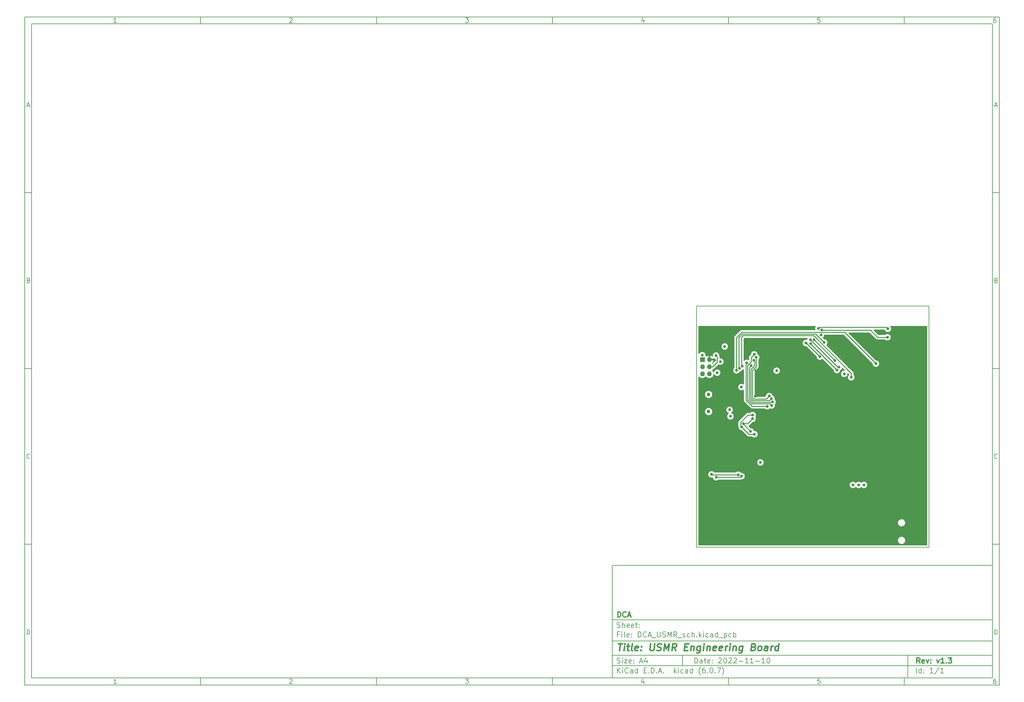
<source format=gbr>
%TF.GenerationSoftware,KiCad,Pcbnew,(6.0.7)*%
%TF.CreationDate,2022-11-15T16:12:34-05:00*%
%TF.ProjectId,DCA_USMR_sch,4443415f-5553-44d5-925f-7363682e6b69,v1.3*%
%TF.SameCoordinates,Original*%
%TF.FileFunction,Copper,L4,Bot*%
%TF.FilePolarity,Positive*%
%FSLAX46Y46*%
G04 Gerber Fmt 4.6, Leading zero omitted, Abs format (unit mm)*
G04 Created by KiCad (PCBNEW (6.0.7)) date 2022-11-15 16:12:34*
%MOMM*%
%LPD*%
G01*
G04 APERTURE LIST*
%ADD10C,0.100000*%
%ADD11C,0.150000*%
%ADD12C,0.300000*%
%ADD13C,0.400000*%
%TA.AperFunction,Profile*%
%ADD14C,0.200000*%
%TD*%
%TA.AperFunction,ComponentPad*%
%ADD15C,1.030000*%
%TD*%
%TA.AperFunction,ComponentPad*%
%ADD16O,1.350000X1.350000*%
%TD*%
%TA.AperFunction,ComponentPad*%
%ADD17R,1.350000X1.350000*%
%TD*%
%TA.AperFunction,ViaPad*%
%ADD18C,0.800000*%
%TD*%
%TA.AperFunction,Conductor*%
%ADD19C,0.250000*%
%TD*%
G04 APERTURE END LIST*
D10*
D11*
X177002200Y-166007200D02*
X177002200Y-198007200D01*
X285002200Y-198007200D01*
X285002200Y-166007200D01*
X177002200Y-166007200D01*
D10*
D11*
X10000000Y-10000000D02*
X10000000Y-200007200D01*
X287002200Y-200007200D01*
X287002200Y-10000000D01*
X10000000Y-10000000D01*
D10*
D11*
X12000000Y-12000000D02*
X12000000Y-198007200D01*
X285002200Y-198007200D01*
X285002200Y-12000000D01*
X12000000Y-12000000D01*
D10*
D11*
X60000000Y-12000000D02*
X60000000Y-10000000D01*
D10*
D11*
X110000000Y-12000000D02*
X110000000Y-10000000D01*
D10*
D11*
X160000000Y-12000000D02*
X160000000Y-10000000D01*
D10*
D11*
X210000000Y-12000000D02*
X210000000Y-10000000D01*
D10*
D11*
X260000000Y-12000000D02*
X260000000Y-10000000D01*
D10*
D11*
X36065476Y-11588095D02*
X35322619Y-11588095D01*
X35694047Y-11588095D02*
X35694047Y-10288095D01*
X35570238Y-10473809D01*
X35446428Y-10597619D01*
X35322619Y-10659523D01*
D10*
D11*
X85322619Y-10411904D02*
X85384523Y-10350000D01*
X85508333Y-10288095D01*
X85817857Y-10288095D01*
X85941666Y-10350000D01*
X86003571Y-10411904D01*
X86065476Y-10535714D01*
X86065476Y-10659523D01*
X86003571Y-10845238D01*
X85260714Y-11588095D01*
X86065476Y-11588095D01*
D10*
D11*
X135260714Y-10288095D02*
X136065476Y-10288095D01*
X135632142Y-10783333D01*
X135817857Y-10783333D01*
X135941666Y-10845238D01*
X136003571Y-10907142D01*
X136065476Y-11030952D01*
X136065476Y-11340476D01*
X136003571Y-11464285D01*
X135941666Y-11526190D01*
X135817857Y-11588095D01*
X135446428Y-11588095D01*
X135322619Y-11526190D01*
X135260714Y-11464285D01*
D10*
D11*
X185941666Y-10721428D02*
X185941666Y-11588095D01*
X185632142Y-10226190D02*
X185322619Y-11154761D01*
X186127380Y-11154761D01*
D10*
D11*
X236003571Y-10288095D02*
X235384523Y-10288095D01*
X235322619Y-10907142D01*
X235384523Y-10845238D01*
X235508333Y-10783333D01*
X235817857Y-10783333D01*
X235941666Y-10845238D01*
X236003571Y-10907142D01*
X236065476Y-11030952D01*
X236065476Y-11340476D01*
X236003571Y-11464285D01*
X235941666Y-11526190D01*
X235817857Y-11588095D01*
X235508333Y-11588095D01*
X235384523Y-11526190D01*
X235322619Y-11464285D01*
D10*
D11*
X285941666Y-10288095D02*
X285694047Y-10288095D01*
X285570238Y-10350000D01*
X285508333Y-10411904D01*
X285384523Y-10597619D01*
X285322619Y-10845238D01*
X285322619Y-11340476D01*
X285384523Y-11464285D01*
X285446428Y-11526190D01*
X285570238Y-11588095D01*
X285817857Y-11588095D01*
X285941666Y-11526190D01*
X286003571Y-11464285D01*
X286065476Y-11340476D01*
X286065476Y-11030952D01*
X286003571Y-10907142D01*
X285941666Y-10845238D01*
X285817857Y-10783333D01*
X285570238Y-10783333D01*
X285446428Y-10845238D01*
X285384523Y-10907142D01*
X285322619Y-11030952D01*
D10*
D11*
X60000000Y-198007200D02*
X60000000Y-200007200D01*
D10*
D11*
X110000000Y-198007200D02*
X110000000Y-200007200D01*
D10*
D11*
X160000000Y-198007200D02*
X160000000Y-200007200D01*
D10*
D11*
X210000000Y-198007200D02*
X210000000Y-200007200D01*
D10*
D11*
X260000000Y-198007200D02*
X260000000Y-200007200D01*
D10*
D11*
X36065476Y-199595295D02*
X35322619Y-199595295D01*
X35694047Y-199595295D02*
X35694047Y-198295295D01*
X35570238Y-198481009D01*
X35446428Y-198604819D01*
X35322619Y-198666723D01*
D10*
D11*
X85322619Y-198419104D02*
X85384523Y-198357200D01*
X85508333Y-198295295D01*
X85817857Y-198295295D01*
X85941666Y-198357200D01*
X86003571Y-198419104D01*
X86065476Y-198542914D01*
X86065476Y-198666723D01*
X86003571Y-198852438D01*
X85260714Y-199595295D01*
X86065476Y-199595295D01*
D10*
D11*
X135260714Y-198295295D02*
X136065476Y-198295295D01*
X135632142Y-198790533D01*
X135817857Y-198790533D01*
X135941666Y-198852438D01*
X136003571Y-198914342D01*
X136065476Y-199038152D01*
X136065476Y-199347676D01*
X136003571Y-199471485D01*
X135941666Y-199533390D01*
X135817857Y-199595295D01*
X135446428Y-199595295D01*
X135322619Y-199533390D01*
X135260714Y-199471485D01*
D10*
D11*
X185941666Y-198728628D02*
X185941666Y-199595295D01*
X185632142Y-198233390D02*
X185322619Y-199161961D01*
X186127380Y-199161961D01*
D10*
D11*
X236003571Y-198295295D02*
X235384523Y-198295295D01*
X235322619Y-198914342D01*
X235384523Y-198852438D01*
X235508333Y-198790533D01*
X235817857Y-198790533D01*
X235941666Y-198852438D01*
X236003571Y-198914342D01*
X236065476Y-199038152D01*
X236065476Y-199347676D01*
X236003571Y-199471485D01*
X235941666Y-199533390D01*
X235817857Y-199595295D01*
X235508333Y-199595295D01*
X235384523Y-199533390D01*
X235322619Y-199471485D01*
D10*
D11*
X285941666Y-198295295D02*
X285694047Y-198295295D01*
X285570238Y-198357200D01*
X285508333Y-198419104D01*
X285384523Y-198604819D01*
X285322619Y-198852438D01*
X285322619Y-199347676D01*
X285384523Y-199471485D01*
X285446428Y-199533390D01*
X285570238Y-199595295D01*
X285817857Y-199595295D01*
X285941666Y-199533390D01*
X286003571Y-199471485D01*
X286065476Y-199347676D01*
X286065476Y-199038152D01*
X286003571Y-198914342D01*
X285941666Y-198852438D01*
X285817857Y-198790533D01*
X285570238Y-198790533D01*
X285446428Y-198852438D01*
X285384523Y-198914342D01*
X285322619Y-199038152D01*
D10*
D11*
X10000000Y-60000000D02*
X12000000Y-60000000D01*
D10*
D11*
X10000000Y-110000000D02*
X12000000Y-110000000D01*
D10*
D11*
X10000000Y-160000000D02*
X12000000Y-160000000D01*
D10*
D11*
X10690476Y-35216666D02*
X11309523Y-35216666D01*
X10566666Y-35588095D02*
X11000000Y-34288095D01*
X11433333Y-35588095D01*
D10*
D11*
X11092857Y-84907142D02*
X11278571Y-84969047D01*
X11340476Y-85030952D01*
X11402380Y-85154761D01*
X11402380Y-85340476D01*
X11340476Y-85464285D01*
X11278571Y-85526190D01*
X11154761Y-85588095D01*
X10659523Y-85588095D01*
X10659523Y-84288095D01*
X11092857Y-84288095D01*
X11216666Y-84350000D01*
X11278571Y-84411904D01*
X11340476Y-84535714D01*
X11340476Y-84659523D01*
X11278571Y-84783333D01*
X11216666Y-84845238D01*
X11092857Y-84907142D01*
X10659523Y-84907142D01*
D10*
D11*
X11402380Y-135464285D02*
X11340476Y-135526190D01*
X11154761Y-135588095D01*
X11030952Y-135588095D01*
X10845238Y-135526190D01*
X10721428Y-135402380D01*
X10659523Y-135278571D01*
X10597619Y-135030952D01*
X10597619Y-134845238D01*
X10659523Y-134597619D01*
X10721428Y-134473809D01*
X10845238Y-134350000D01*
X11030952Y-134288095D01*
X11154761Y-134288095D01*
X11340476Y-134350000D01*
X11402380Y-134411904D01*
D10*
D11*
X10659523Y-185588095D02*
X10659523Y-184288095D01*
X10969047Y-184288095D01*
X11154761Y-184350000D01*
X11278571Y-184473809D01*
X11340476Y-184597619D01*
X11402380Y-184845238D01*
X11402380Y-185030952D01*
X11340476Y-185278571D01*
X11278571Y-185402380D01*
X11154761Y-185526190D01*
X10969047Y-185588095D01*
X10659523Y-185588095D01*
D10*
D11*
X287002200Y-60000000D02*
X285002200Y-60000000D01*
D10*
D11*
X287002200Y-110000000D02*
X285002200Y-110000000D01*
D10*
D11*
X287002200Y-160000000D02*
X285002200Y-160000000D01*
D10*
D11*
X285692676Y-35216666D02*
X286311723Y-35216666D01*
X285568866Y-35588095D02*
X286002200Y-34288095D01*
X286435533Y-35588095D01*
D10*
D11*
X286095057Y-84907142D02*
X286280771Y-84969047D01*
X286342676Y-85030952D01*
X286404580Y-85154761D01*
X286404580Y-85340476D01*
X286342676Y-85464285D01*
X286280771Y-85526190D01*
X286156961Y-85588095D01*
X285661723Y-85588095D01*
X285661723Y-84288095D01*
X286095057Y-84288095D01*
X286218866Y-84350000D01*
X286280771Y-84411904D01*
X286342676Y-84535714D01*
X286342676Y-84659523D01*
X286280771Y-84783333D01*
X286218866Y-84845238D01*
X286095057Y-84907142D01*
X285661723Y-84907142D01*
D10*
D11*
X286404580Y-135464285D02*
X286342676Y-135526190D01*
X286156961Y-135588095D01*
X286033152Y-135588095D01*
X285847438Y-135526190D01*
X285723628Y-135402380D01*
X285661723Y-135278571D01*
X285599819Y-135030952D01*
X285599819Y-134845238D01*
X285661723Y-134597619D01*
X285723628Y-134473809D01*
X285847438Y-134350000D01*
X286033152Y-134288095D01*
X286156961Y-134288095D01*
X286342676Y-134350000D01*
X286404580Y-134411904D01*
D10*
D11*
X285661723Y-185588095D02*
X285661723Y-184288095D01*
X285971247Y-184288095D01*
X286156961Y-184350000D01*
X286280771Y-184473809D01*
X286342676Y-184597619D01*
X286404580Y-184845238D01*
X286404580Y-185030952D01*
X286342676Y-185278571D01*
X286280771Y-185402380D01*
X286156961Y-185526190D01*
X285971247Y-185588095D01*
X285661723Y-185588095D01*
D10*
D11*
X200434342Y-193785771D02*
X200434342Y-192285771D01*
X200791485Y-192285771D01*
X201005771Y-192357200D01*
X201148628Y-192500057D01*
X201220057Y-192642914D01*
X201291485Y-192928628D01*
X201291485Y-193142914D01*
X201220057Y-193428628D01*
X201148628Y-193571485D01*
X201005771Y-193714342D01*
X200791485Y-193785771D01*
X200434342Y-193785771D01*
X202577200Y-193785771D02*
X202577200Y-193000057D01*
X202505771Y-192857200D01*
X202362914Y-192785771D01*
X202077200Y-192785771D01*
X201934342Y-192857200D01*
X202577200Y-193714342D02*
X202434342Y-193785771D01*
X202077200Y-193785771D01*
X201934342Y-193714342D01*
X201862914Y-193571485D01*
X201862914Y-193428628D01*
X201934342Y-193285771D01*
X202077200Y-193214342D01*
X202434342Y-193214342D01*
X202577200Y-193142914D01*
X203077200Y-192785771D02*
X203648628Y-192785771D01*
X203291485Y-192285771D02*
X203291485Y-193571485D01*
X203362914Y-193714342D01*
X203505771Y-193785771D01*
X203648628Y-193785771D01*
X204720057Y-193714342D02*
X204577200Y-193785771D01*
X204291485Y-193785771D01*
X204148628Y-193714342D01*
X204077200Y-193571485D01*
X204077200Y-193000057D01*
X204148628Y-192857200D01*
X204291485Y-192785771D01*
X204577200Y-192785771D01*
X204720057Y-192857200D01*
X204791485Y-193000057D01*
X204791485Y-193142914D01*
X204077200Y-193285771D01*
X205434342Y-193642914D02*
X205505771Y-193714342D01*
X205434342Y-193785771D01*
X205362914Y-193714342D01*
X205434342Y-193642914D01*
X205434342Y-193785771D01*
X205434342Y-192857200D02*
X205505771Y-192928628D01*
X205434342Y-193000057D01*
X205362914Y-192928628D01*
X205434342Y-192857200D01*
X205434342Y-193000057D01*
X207220057Y-192428628D02*
X207291485Y-192357200D01*
X207434342Y-192285771D01*
X207791485Y-192285771D01*
X207934342Y-192357200D01*
X208005771Y-192428628D01*
X208077200Y-192571485D01*
X208077200Y-192714342D01*
X208005771Y-192928628D01*
X207148628Y-193785771D01*
X208077200Y-193785771D01*
X209005771Y-192285771D02*
X209148628Y-192285771D01*
X209291485Y-192357200D01*
X209362914Y-192428628D01*
X209434342Y-192571485D01*
X209505771Y-192857200D01*
X209505771Y-193214342D01*
X209434342Y-193500057D01*
X209362914Y-193642914D01*
X209291485Y-193714342D01*
X209148628Y-193785771D01*
X209005771Y-193785771D01*
X208862914Y-193714342D01*
X208791485Y-193642914D01*
X208720057Y-193500057D01*
X208648628Y-193214342D01*
X208648628Y-192857200D01*
X208720057Y-192571485D01*
X208791485Y-192428628D01*
X208862914Y-192357200D01*
X209005771Y-192285771D01*
X210077200Y-192428628D02*
X210148628Y-192357200D01*
X210291485Y-192285771D01*
X210648628Y-192285771D01*
X210791485Y-192357200D01*
X210862914Y-192428628D01*
X210934342Y-192571485D01*
X210934342Y-192714342D01*
X210862914Y-192928628D01*
X210005771Y-193785771D01*
X210934342Y-193785771D01*
X211505771Y-192428628D02*
X211577200Y-192357200D01*
X211720057Y-192285771D01*
X212077200Y-192285771D01*
X212220057Y-192357200D01*
X212291485Y-192428628D01*
X212362914Y-192571485D01*
X212362914Y-192714342D01*
X212291485Y-192928628D01*
X211434342Y-193785771D01*
X212362914Y-193785771D01*
X213005771Y-193214342D02*
X214148628Y-193214342D01*
X215648628Y-193785771D02*
X214791485Y-193785771D01*
X215220057Y-193785771D02*
X215220057Y-192285771D01*
X215077200Y-192500057D01*
X214934342Y-192642914D01*
X214791485Y-192714342D01*
X217077200Y-193785771D02*
X216220057Y-193785771D01*
X216648628Y-193785771D02*
X216648628Y-192285771D01*
X216505771Y-192500057D01*
X216362914Y-192642914D01*
X216220057Y-192714342D01*
X217720057Y-193214342D02*
X218862914Y-193214342D01*
X220362914Y-193785771D02*
X219505771Y-193785771D01*
X219934342Y-193785771D02*
X219934342Y-192285771D01*
X219791485Y-192500057D01*
X219648628Y-192642914D01*
X219505771Y-192714342D01*
X221291485Y-192285771D02*
X221434342Y-192285771D01*
X221577200Y-192357200D01*
X221648628Y-192428628D01*
X221720057Y-192571485D01*
X221791485Y-192857200D01*
X221791485Y-193214342D01*
X221720057Y-193500057D01*
X221648628Y-193642914D01*
X221577200Y-193714342D01*
X221434342Y-193785771D01*
X221291485Y-193785771D01*
X221148628Y-193714342D01*
X221077200Y-193642914D01*
X221005771Y-193500057D01*
X220934342Y-193214342D01*
X220934342Y-192857200D01*
X221005771Y-192571485D01*
X221077200Y-192428628D01*
X221148628Y-192357200D01*
X221291485Y-192285771D01*
D10*
D11*
X177002200Y-194507200D02*
X285002200Y-194507200D01*
D10*
D11*
X178434342Y-196585771D02*
X178434342Y-195085771D01*
X179291485Y-196585771D02*
X178648628Y-195728628D01*
X179291485Y-195085771D02*
X178434342Y-195942914D01*
X179934342Y-196585771D02*
X179934342Y-195585771D01*
X179934342Y-195085771D02*
X179862914Y-195157200D01*
X179934342Y-195228628D01*
X180005771Y-195157200D01*
X179934342Y-195085771D01*
X179934342Y-195228628D01*
X181505771Y-196442914D02*
X181434342Y-196514342D01*
X181220057Y-196585771D01*
X181077200Y-196585771D01*
X180862914Y-196514342D01*
X180720057Y-196371485D01*
X180648628Y-196228628D01*
X180577200Y-195942914D01*
X180577200Y-195728628D01*
X180648628Y-195442914D01*
X180720057Y-195300057D01*
X180862914Y-195157200D01*
X181077200Y-195085771D01*
X181220057Y-195085771D01*
X181434342Y-195157200D01*
X181505771Y-195228628D01*
X182791485Y-196585771D02*
X182791485Y-195800057D01*
X182720057Y-195657200D01*
X182577200Y-195585771D01*
X182291485Y-195585771D01*
X182148628Y-195657200D01*
X182791485Y-196514342D02*
X182648628Y-196585771D01*
X182291485Y-196585771D01*
X182148628Y-196514342D01*
X182077200Y-196371485D01*
X182077200Y-196228628D01*
X182148628Y-196085771D01*
X182291485Y-196014342D01*
X182648628Y-196014342D01*
X182791485Y-195942914D01*
X184148628Y-196585771D02*
X184148628Y-195085771D01*
X184148628Y-196514342D02*
X184005771Y-196585771D01*
X183720057Y-196585771D01*
X183577200Y-196514342D01*
X183505771Y-196442914D01*
X183434342Y-196300057D01*
X183434342Y-195871485D01*
X183505771Y-195728628D01*
X183577200Y-195657200D01*
X183720057Y-195585771D01*
X184005771Y-195585771D01*
X184148628Y-195657200D01*
X186005771Y-195800057D02*
X186505771Y-195800057D01*
X186720057Y-196585771D02*
X186005771Y-196585771D01*
X186005771Y-195085771D01*
X186720057Y-195085771D01*
X187362914Y-196442914D02*
X187434342Y-196514342D01*
X187362914Y-196585771D01*
X187291485Y-196514342D01*
X187362914Y-196442914D01*
X187362914Y-196585771D01*
X188077200Y-196585771D02*
X188077200Y-195085771D01*
X188434342Y-195085771D01*
X188648628Y-195157200D01*
X188791485Y-195300057D01*
X188862914Y-195442914D01*
X188934342Y-195728628D01*
X188934342Y-195942914D01*
X188862914Y-196228628D01*
X188791485Y-196371485D01*
X188648628Y-196514342D01*
X188434342Y-196585771D01*
X188077200Y-196585771D01*
X189577200Y-196442914D02*
X189648628Y-196514342D01*
X189577200Y-196585771D01*
X189505771Y-196514342D01*
X189577200Y-196442914D01*
X189577200Y-196585771D01*
X190220057Y-196157200D02*
X190934342Y-196157200D01*
X190077200Y-196585771D02*
X190577200Y-195085771D01*
X191077200Y-196585771D01*
X191577200Y-196442914D02*
X191648628Y-196514342D01*
X191577200Y-196585771D01*
X191505771Y-196514342D01*
X191577200Y-196442914D01*
X191577200Y-196585771D01*
X194577200Y-196585771D02*
X194577200Y-195085771D01*
X194720057Y-196014342D02*
X195148628Y-196585771D01*
X195148628Y-195585771D02*
X194577200Y-196157200D01*
X195791485Y-196585771D02*
X195791485Y-195585771D01*
X195791485Y-195085771D02*
X195720057Y-195157200D01*
X195791485Y-195228628D01*
X195862914Y-195157200D01*
X195791485Y-195085771D01*
X195791485Y-195228628D01*
X197148628Y-196514342D02*
X197005771Y-196585771D01*
X196720057Y-196585771D01*
X196577200Y-196514342D01*
X196505771Y-196442914D01*
X196434342Y-196300057D01*
X196434342Y-195871485D01*
X196505771Y-195728628D01*
X196577200Y-195657200D01*
X196720057Y-195585771D01*
X197005771Y-195585771D01*
X197148628Y-195657200D01*
X198434342Y-196585771D02*
X198434342Y-195800057D01*
X198362914Y-195657200D01*
X198220057Y-195585771D01*
X197934342Y-195585771D01*
X197791485Y-195657200D01*
X198434342Y-196514342D02*
X198291485Y-196585771D01*
X197934342Y-196585771D01*
X197791485Y-196514342D01*
X197720057Y-196371485D01*
X197720057Y-196228628D01*
X197791485Y-196085771D01*
X197934342Y-196014342D01*
X198291485Y-196014342D01*
X198434342Y-195942914D01*
X199791485Y-196585771D02*
X199791485Y-195085771D01*
X199791485Y-196514342D02*
X199648628Y-196585771D01*
X199362914Y-196585771D01*
X199220057Y-196514342D01*
X199148628Y-196442914D01*
X199077200Y-196300057D01*
X199077200Y-195871485D01*
X199148628Y-195728628D01*
X199220057Y-195657200D01*
X199362914Y-195585771D01*
X199648628Y-195585771D01*
X199791485Y-195657200D01*
X202077200Y-197157200D02*
X202005771Y-197085771D01*
X201862914Y-196871485D01*
X201791485Y-196728628D01*
X201720057Y-196514342D01*
X201648628Y-196157200D01*
X201648628Y-195871485D01*
X201720057Y-195514342D01*
X201791485Y-195300057D01*
X201862914Y-195157200D01*
X202005771Y-194942914D01*
X202077200Y-194871485D01*
X203291485Y-195085771D02*
X203005771Y-195085771D01*
X202862914Y-195157200D01*
X202791485Y-195228628D01*
X202648628Y-195442914D01*
X202577200Y-195728628D01*
X202577200Y-196300057D01*
X202648628Y-196442914D01*
X202720057Y-196514342D01*
X202862914Y-196585771D01*
X203148628Y-196585771D01*
X203291485Y-196514342D01*
X203362914Y-196442914D01*
X203434342Y-196300057D01*
X203434342Y-195942914D01*
X203362914Y-195800057D01*
X203291485Y-195728628D01*
X203148628Y-195657200D01*
X202862914Y-195657200D01*
X202720057Y-195728628D01*
X202648628Y-195800057D01*
X202577200Y-195942914D01*
X204077200Y-196442914D02*
X204148628Y-196514342D01*
X204077200Y-196585771D01*
X204005771Y-196514342D01*
X204077200Y-196442914D01*
X204077200Y-196585771D01*
X205077200Y-195085771D02*
X205220057Y-195085771D01*
X205362914Y-195157200D01*
X205434342Y-195228628D01*
X205505771Y-195371485D01*
X205577200Y-195657200D01*
X205577200Y-196014342D01*
X205505771Y-196300057D01*
X205434342Y-196442914D01*
X205362914Y-196514342D01*
X205220057Y-196585771D01*
X205077200Y-196585771D01*
X204934342Y-196514342D01*
X204862914Y-196442914D01*
X204791485Y-196300057D01*
X204720057Y-196014342D01*
X204720057Y-195657200D01*
X204791485Y-195371485D01*
X204862914Y-195228628D01*
X204934342Y-195157200D01*
X205077200Y-195085771D01*
X206220057Y-196442914D02*
X206291485Y-196514342D01*
X206220057Y-196585771D01*
X206148628Y-196514342D01*
X206220057Y-196442914D01*
X206220057Y-196585771D01*
X206791485Y-195085771D02*
X207791485Y-195085771D01*
X207148628Y-196585771D01*
X208220057Y-197157200D02*
X208291485Y-197085771D01*
X208434342Y-196871485D01*
X208505771Y-196728628D01*
X208577200Y-196514342D01*
X208648628Y-196157200D01*
X208648628Y-195871485D01*
X208577200Y-195514342D01*
X208505771Y-195300057D01*
X208434342Y-195157200D01*
X208291485Y-194942914D01*
X208220057Y-194871485D01*
D10*
D11*
X177002200Y-191507200D02*
X285002200Y-191507200D01*
D10*
D12*
X264411485Y-193785771D02*
X263911485Y-193071485D01*
X263554342Y-193785771D02*
X263554342Y-192285771D01*
X264125771Y-192285771D01*
X264268628Y-192357200D01*
X264340057Y-192428628D01*
X264411485Y-192571485D01*
X264411485Y-192785771D01*
X264340057Y-192928628D01*
X264268628Y-193000057D01*
X264125771Y-193071485D01*
X263554342Y-193071485D01*
X265625771Y-193714342D02*
X265482914Y-193785771D01*
X265197200Y-193785771D01*
X265054342Y-193714342D01*
X264982914Y-193571485D01*
X264982914Y-193000057D01*
X265054342Y-192857200D01*
X265197200Y-192785771D01*
X265482914Y-192785771D01*
X265625771Y-192857200D01*
X265697200Y-193000057D01*
X265697200Y-193142914D01*
X264982914Y-193285771D01*
X266197200Y-192785771D02*
X266554342Y-193785771D01*
X266911485Y-192785771D01*
X267482914Y-193642914D02*
X267554342Y-193714342D01*
X267482914Y-193785771D01*
X267411485Y-193714342D01*
X267482914Y-193642914D01*
X267482914Y-193785771D01*
X267482914Y-192857200D02*
X267554342Y-192928628D01*
X267482914Y-193000057D01*
X267411485Y-192928628D01*
X267482914Y-192857200D01*
X267482914Y-193000057D01*
X269197200Y-192785771D02*
X269554342Y-193785771D01*
X269911485Y-192785771D01*
X271268628Y-193785771D02*
X270411485Y-193785771D01*
X270840057Y-193785771D02*
X270840057Y-192285771D01*
X270697200Y-192500057D01*
X270554342Y-192642914D01*
X270411485Y-192714342D01*
X271911485Y-193642914D02*
X271982914Y-193714342D01*
X271911485Y-193785771D01*
X271840057Y-193714342D01*
X271911485Y-193642914D01*
X271911485Y-193785771D01*
X272482914Y-192285771D02*
X273411485Y-192285771D01*
X272911485Y-192857200D01*
X273125771Y-192857200D01*
X273268628Y-192928628D01*
X273340057Y-193000057D01*
X273411485Y-193142914D01*
X273411485Y-193500057D01*
X273340057Y-193642914D01*
X273268628Y-193714342D01*
X273125771Y-193785771D01*
X272697200Y-193785771D01*
X272554342Y-193714342D01*
X272482914Y-193642914D01*
D10*
D11*
X178362914Y-193714342D02*
X178577200Y-193785771D01*
X178934342Y-193785771D01*
X179077200Y-193714342D01*
X179148628Y-193642914D01*
X179220057Y-193500057D01*
X179220057Y-193357200D01*
X179148628Y-193214342D01*
X179077200Y-193142914D01*
X178934342Y-193071485D01*
X178648628Y-193000057D01*
X178505771Y-192928628D01*
X178434342Y-192857200D01*
X178362914Y-192714342D01*
X178362914Y-192571485D01*
X178434342Y-192428628D01*
X178505771Y-192357200D01*
X178648628Y-192285771D01*
X179005771Y-192285771D01*
X179220057Y-192357200D01*
X179862914Y-193785771D02*
X179862914Y-192785771D01*
X179862914Y-192285771D02*
X179791485Y-192357200D01*
X179862914Y-192428628D01*
X179934342Y-192357200D01*
X179862914Y-192285771D01*
X179862914Y-192428628D01*
X180434342Y-192785771D02*
X181220057Y-192785771D01*
X180434342Y-193785771D01*
X181220057Y-193785771D01*
X182362914Y-193714342D02*
X182220057Y-193785771D01*
X181934342Y-193785771D01*
X181791485Y-193714342D01*
X181720057Y-193571485D01*
X181720057Y-193000057D01*
X181791485Y-192857200D01*
X181934342Y-192785771D01*
X182220057Y-192785771D01*
X182362914Y-192857200D01*
X182434342Y-193000057D01*
X182434342Y-193142914D01*
X181720057Y-193285771D01*
X183077200Y-193642914D02*
X183148628Y-193714342D01*
X183077200Y-193785771D01*
X183005771Y-193714342D01*
X183077200Y-193642914D01*
X183077200Y-193785771D01*
X183077200Y-192857200D02*
X183148628Y-192928628D01*
X183077200Y-193000057D01*
X183005771Y-192928628D01*
X183077200Y-192857200D01*
X183077200Y-193000057D01*
X184862914Y-193357200D02*
X185577200Y-193357200D01*
X184720057Y-193785771D02*
X185220057Y-192285771D01*
X185720057Y-193785771D01*
X186862914Y-192785771D02*
X186862914Y-193785771D01*
X186505771Y-192214342D02*
X186148628Y-193285771D01*
X187077200Y-193285771D01*
D10*
D11*
X263434342Y-196585771D02*
X263434342Y-195085771D01*
X264791485Y-196585771D02*
X264791485Y-195085771D01*
X264791485Y-196514342D02*
X264648628Y-196585771D01*
X264362914Y-196585771D01*
X264220057Y-196514342D01*
X264148628Y-196442914D01*
X264077200Y-196300057D01*
X264077200Y-195871485D01*
X264148628Y-195728628D01*
X264220057Y-195657200D01*
X264362914Y-195585771D01*
X264648628Y-195585771D01*
X264791485Y-195657200D01*
X265505771Y-196442914D02*
X265577200Y-196514342D01*
X265505771Y-196585771D01*
X265434342Y-196514342D01*
X265505771Y-196442914D01*
X265505771Y-196585771D01*
X265505771Y-195657200D02*
X265577200Y-195728628D01*
X265505771Y-195800057D01*
X265434342Y-195728628D01*
X265505771Y-195657200D01*
X265505771Y-195800057D01*
X268148628Y-196585771D02*
X267291485Y-196585771D01*
X267720057Y-196585771D02*
X267720057Y-195085771D01*
X267577200Y-195300057D01*
X267434342Y-195442914D01*
X267291485Y-195514342D01*
X269862914Y-195014342D02*
X268577200Y-196942914D01*
X271148628Y-196585771D02*
X270291485Y-196585771D01*
X270720057Y-196585771D02*
X270720057Y-195085771D01*
X270577200Y-195300057D01*
X270434342Y-195442914D01*
X270291485Y-195514342D01*
D10*
D11*
X177002200Y-187507200D02*
X285002200Y-187507200D01*
D10*
D13*
X178714580Y-188211961D02*
X179857438Y-188211961D01*
X179036009Y-190211961D02*
X179286009Y-188211961D01*
X180274104Y-190211961D02*
X180440771Y-188878628D01*
X180524104Y-188211961D02*
X180416961Y-188307200D01*
X180500295Y-188402438D01*
X180607438Y-188307200D01*
X180524104Y-188211961D01*
X180500295Y-188402438D01*
X181107438Y-188878628D02*
X181869342Y-188878628D01*
X181476485Y-188211961D02*
X181262200Y-189926247D01*
X181333628Y-190116723D01*
X181512200Y-190211961D01*
X181702676Y-190211961D01*
X182655057Y-190211961D02*
X182476485Y-190116723D01*
X182405057Y-189926247D01*
X182619342Y-188211961D01*
X184190771Y-190116723D02*
X183988390Y-190211961D01*
X183607438Y-190211961D01*
X183428866Y-190116723D01*
X183357438Y-189926247D01*
X183452676Y-189164342D01*
X183571723Y-188973866D01*
X183774104Y-188878628D01*
X184155057Y-188878628D01*
X184333628Y-188973866D01*
X184405057Y-189164342D01*
X184381247Y-189354819D01*
X183405057Y-189545295D01*
X185155057Y-190021485D02*
X185238390Y-190116723D01*
X185131247Y-190211961D01*
X185047914Y-190116723D01*
X185155057Y-190021485D01*
X185131247Y-190211961D01*
X185286009Y-188973866D02*
X185369342Y-189069104D01*
X185262200Y-189164342D01*
X185178866Y-189069104D01*
X185286009Y-188973866D01*
X185262200Y-189164342D01*
X187857438Y-188211961D02*
X187655057Y-189831009D01*
X187726485Y-190021485D01*
X187809819Y-190116723D01*
X187988390Y-190211961D01*
X188369342Y-190211961D01*
X188571723Y-190116723D01*
X188678866Y-190021485D01*
X188797914Y-189831009D01*
X189000295Y-188211961D01*
X189619342Y-190116723D02*
X189893152Y-190211961D01*
X190369342Y-190211961D01*
X190571723Y-190116723D01*
X190678866Y-190021485D01*
X190797914Y-189831009D01*
X190821723Y-189640533D01*
X190750295Y-189450057D01*
X190666961Y-189354819D01*
X190488390Y-189259580D01*
X190119342Y-189164342D01*
X189940771Y-189069104D01*
X189857438Y-188973866D01*
X189786009Y-188783390D01*
X189809819Y-188592914D01*
X189928866Y-188402438D01*
X190036009Y-188307200D01*
X190238390Y-188211961D01*
X190714580Y-188211961D01*
X190988390Y-188307200D01*
X191607438Y-190211961D02*
X191857438Y-188211961D01*
X192345533Y-189640533D01*
X193190771Y-188211961D01*
X192940771Y-190211961D01*
X195036009Y-190211961D02*
X194488390Y-189259580D01*
X193893152Y-190211961D02*
X194143152Y-188211961D01*
X194905057Y-188211961D01*
X195083628Y-188307200D01*
X195166961Y-188402438D01*
X195238390Y-188592914D01*
X195202676Y-188878628D01*
X195083628Y-189069104D01*
X194976485Y-189164342D01*
X194774104Y-189259580D01*
X194012200Y-189259580D01*
X197547914Y-189164342D02*
X198214580Y-189164342D01*
X198369342Y-190211961D02*
X197416961Y-190211961D01*
X197666961Y-188211961D01*
X198619342Y-188211961D01*
X199393152Y-188878628D02*
X199226485Y-190211961D01*
X199369342Y-189069104D02*
X199476485Y-188973866D01*
X199678866Y-188878628D01*
X199964580Y-188878628D01*
X200143152Y-188973866D01*
X200214580Y-189164342D01*
X200083628Y-190211961D01*
X202059819Y-188878628D02*
X201857438Y-190497676D01*
X201738390Y-190688152D01*
X201631247Y-190783390D01*
X201428866Y-190878628D01*
X201143152Y-190878628D01*
X200964580Y-190783390D01*
X201905057Y-190116723D02*
X201702676Y-190211961D01*
X201321723Y-190211961D01*
X201143152Y-190116723D01*
X201059819Y-190021485D01*
X200988390Y-189831009D01*
X201059819Y-189259580D01*
X201178866Y-189069104D01*
X201286009Y-188973866D01*
X201488390Y-188878628D01*
X201869342Y-188878628D01*
X202047914Y-188973866D01*
X202845533Y-190211961D02*
X203012200Y-188878628D01*
X203095533Y-188211961D02*
X202988390Y-188307200D01*
X203071723Y-188402438D01*
X203178866Y-188307200D01*
X203095533Y-188211961D01*
X203071723Y-188402438D01*
X203964580Y-188878628D02*
X203797914Y-190211961D01*
X203940771Y-189069104D02*
X204047914Y-188973866D01*
X204250295Y-188878628D01*
X204536009Y-188878628D01*
X204714580Y-188973866D01*
X204786009Y-189164342D01*
X204655057Y-190211961D01*
X206381247Y-190116723D02*
X206178866Y-190211961D01*
X205797914Y-190211961D01*
X205619342Y-190116723D01*
X205547914Y-189926247D01*
X205643152Y-189164342D01*
X205762200Y-188973866D01*
X205964580Y-188878628D01*
X206345533Y-188878628D01*
X206524104Y-188973866D01*
X206595533Y-189164342D01*
X206571723Y-189354819D01*
X205595533Y-189545295D01*
X208095533Y-190116723D02*
X207893152Y-190211961D01*
X207512200Y-190211961D01*
X207333628Y-190116723D01*
X207262200Y-189926247D01*
X207357438Y-189164342D01*
X207476485Y-188973866D01*
X207678866Y-188878628D01*
X208059819Y-188878628D01*
X208238390Y-188973866D01*
X208309819Y-189164342D01*
X208286009Y-189354819D01*
X207309819Y-189545295D01*
X209036009Y-190211961D02*
X209202676Y-188878628D01*
X209155057Y-189259580D02*
X209274104Y-189069104D01*
X209381247Y-188973866D01*
X209583628Y-188878628D01*
X209774104Y-188878628D01*
X210274104Y-190211961D02*
X210440771Y-188878628D01*
X210524104Y-188211961D02*
X210416961Y-188307200D01*
X210500295Y-188402438D01*
X210607438Y-188307200D01*
X210524104Y-188211961D01*
X210500295Y-188402438D01*
X211393152Y-188878628D02*
X211226485Y-190211961D01*
X211369342Y-189069104D02*
X211476485Y-188973866D01*
X211678866Y-188878628D01*
X211964580Y-188878628D01*
X212143152Y-188973866D01*
X212214580Y-189164342D01*
X212083628Y-190211961D01*
X214059819Y-188878628D02*
X213857438Y-190497676D01*
X213738390Y-190688152D01*
X213631247Y-190783390D01*
X213428866Y-190878628D01*
X213143152Y-190878628D01*
X212964580Y-190783390D01*
X213905057Y-190116723D02*
X213702676Y-190211961D01*
X213321723Y-190211961D01*
X213143152Y-190116723D01*
X213059819Y-190021485D01*
X212988390Y-189831009D01*
X213059819Y-189259580D01*
X213178866Y-189069104D01*
X213286009Y-188973866D01*
X213488390Y-188878628D01*
X213869342Y-188878628D01*
X214047914Y-188973866D01*
X217166961Y-189164342D02*
X217440771Y-189259580D01*
X217524104Y-189354819D01*
X217595533Y-189545295D01*
X217559819Y-189831009D01*
X217440771Y-190021485D01*
X217333628Y-190116723D01*
X217131247Y-190211961D01*
X216369342Y-190211961D01*
X216619342Y-188211961D01*
X217286009Y-188211961D01*
X217464580Y-188307200D01*
X217547914Y-188402438D01*
X217619342Y-188592914D01*
X217595533Y-188783390D01*
X217476485Y-188973866D01*
X217369342Y-189069104D01*
X217166961Y-189164342D01*
X216500295Y-189164342D01*
X218655057Y-190211961D02*
X218476485Y-190116723D01*
X218393152Y-190021485D01*
X218321723Y-189831009D01*
X218393152Y-189259580D01*
X218512200Y-189069104D01*
X218619342Y-188973866D01*
X218821723Y-188878628D01*
X219107438Y-188878628D01*
X219286009Y-188973866D01*
X219369342Y-189069104D01*
X219440771Y-189259580D01*
X219369342Y-189831009D01*
X219250295Y-190021485D01*
X219143152Y-190116723D01*
X218940771Y-190211961D01*
X218655057Y-190211961D01*
X221036009Y-190211961D02*
X221166961Y-189164342D01*
X221095533Y-188973866D01*
X220916961Y-188878628D01*
X220536009Y-188878628D01*
X220333628Y-188973866D01*
X221047914Y-190116723D02*
X220845533Y-190211961D01*
X220369342Y-190211961D01*
X220190771Y-190116723D01*
X220119342Y-189926247D01*
X220143152Y-189735771D01*
X220262200Y-189545295D01*
X220464580Y-189450057D01*
X220940771Y-189450057D01*
X221143152Y-189354819D01*
X221988390Y-190211961D02*
X222155057Y-188878628D01*
X222107438Y-189259580D02*
X222226485Y-189069104D01*
X222333628Y-188973866D01*
X222536009Y-188878628D01*
X222726485Y-188878628D01*
X224083628Y-190211961D02*
X224333628Y-188211961D01*
X224095533Y-190116723D02*
X223893152Y-190211961D01*
X223512199Y-190211961D01*
X223333628Y-190116723D01*
X223250295Y-190021485D01*
X223178866Y-189831009D01*
X223250295Y-189259580D01*
X223369342Y-189069104D01*
X223476485Y-188973866D01*
X223678866Y-188878628D01*
X224059819Y-188878628D01*
X224238390Y-188973866D01*
D10*
D11*
X178934342Y-185600057D02*
X178434342Y-185600057D01*
X178434342Y-186385771D02*
X178434342Y-184885771D01*
X179148628Y-184885771D01*
X179720057Y-186385771D02*
X179720057Y-185385771D01*
X179720057Y-184885771D02*
X179648628Y-184957200D01*
X179720057Y-185028628D01*
X179791485Y-184957200D01*
X179720057Y-184885771D01*
X179720057Y-185028628D01*
X180648628Y-186385771D02*
X180505771Y-186314342D01*
X180434342Y-186171485D01*
X180434342Y-184885771D01*
X181791485Y-186314342D02*
X181648628Y-186385771D01*
X181362914Y-186385771D01*
X181220057Y-186314342D01*
X181148628Y-186171485D01*
X181148628Y-185600057D01*
X181220057Y-185457200D01*
X181362914Y-185385771D01*
X181648628Y-185385771D01*
X181791485Y-185457200D01*
X181862914Y-185600057D01*
X181862914Y-185742914D01*
X181148628Y-185885771D01*
X182505771Y-186242914D02*
X182577200Y-186314342D01*
X182505771Y-186385771D01*
X182434342Y-186314342D01*
X182505771Y-186242914D01*
X182505771Y-186385771D01*
X182505771Y-185457200D02*
X182577200Y-185528628D01*
X182505771Y-185600057D01*
X182434342Y-185528628D01*
X182505771Y-185457200D01*
X182505771Y-185600057D01*
X184362914Y-186385771D02*
X184362914Y-184885771D01*
X184720057Y-184885771D01*
X184934342Y-184957200D01*
X185077200Y-185100057D01*
X185148628Y-185242914D01*
X185220057Y-185528628D01*
X185220057Y-185742914D01*
X185148628Y-186028628D01*
X185077200Y-186171485D01*
X184934342Y-186314342D01*
X184720057Y-186385771D01*
X184362914Y-186385771D01*
X186720057Y-186242914D02*
X186648628Y-186314342D01*
X186434342Y-186385771D01*
X186291485Y-186385771D01*
X186077200Y-186314342D01*
X185934342Y-186171485D01*
X185862914Y-186028628D01*
X185791485Y-185742914D01*
X185791485Y-185528628D01*
X185862914Y-185242914D01*
X185934342Y-185100057D01*
X186077200Y-184957200D01*
X186291485Y-184885771D01*
X186434342Y-184885771D01*
X186648628Y-184957200D01*
X186720057Y-185028628D01*
X187291485Y-185957200D02*
X188005771Y-185957200D01*
X187148628Y-186385771D02*
X187648628Y-184885771D01*
X188148628Y-186385771D01*
X188291485Y-186528628D02*
X189434342Y-186528628D01*
X189791485Y-184885771D02*
X189791485Y-186100057D01*
X189862914Y-186242914D01*
X189934342Y-186314342D01*
X190077200Y-186385771D01*
X190362914Y-186385771D01*
X190505771Y-186314342D01*
X190577200Y-186242914D01*
X190648628Y-186100057D01*
X190648628Y-184885771D01*
X191291485Y-186314342D02*
X191505771Y-186385771D01*
X191862914Y-186385771D01*
X192005771Y-186314342D01*
X192077200Y-186242914D01*
X192148628Y-186100057D01*
X192148628Y-185957200D01*
X192077200Y-185814342D01*
X192005771Y-185742914D01*
X191862914Y-185671485D01*
X191577200Y-185600057D01*
X191434342Y-185528628D01*
X191362914Y-185457200D01*
X191291485Y-185314342D01*
X191291485Y-185171485D01*
X191362914Y-185028628D01*
X191434342Y-184957200D01*
X191577200Y-184885771D01*
X191934342Y-184885771D01*
X192148628Y-184957200D01*
X192791485Y-186385771D02*
X192791485Y-184885771D01*
X193291485Y-185957200D01*
X193791485Y-184885771D01*
X193791485Y-186385771D01*
X195362914Y-186385771D02*
X194862914Y-185671485D01*
X194505771Y-186385771D02*
X194505771Y-184885771D01*
X195077200Y-184885771D01*
X195220057Y-184957200D01*
X195291485Y-185028628D01*
X195362914Y-185171485D01*
X195362914Y-185385771D01*
X195291485Y-185528628D01*
X195220057Y-185600057D01*
X195077200Y-185671485D01*
X194505771Y-185671485D01*
X195648628Y-186528628D02*
X196791485Y-186528628D01*
X197077200Y-186314342D02*
X197220057Y-186385771D01*
X197505771Y-186385771D01*
X197648628Y-186314342D01*
X197720057Y-186171485D01*
X197720057Y-186100057D01*
X197648628Y-185957200D01*
X197505771Y-185885771D01*
X197291485Y-185885771D01*
X197148628Y-185814342D01*
X197077200Y-185671485D01*
X197077200Y-185600057D01*
X197148628Y-185457200D01*
X197291485Y-185385771D01*
X197505771Y-185385771D01*
X197648628Y-185457200D01*
X199005771Y-186314342D02*
X198862914Y-186385771D01*
X198577200Y-186385771D01*
X198434342Y-186314342D01*
X198362914Y-186242914D01*
X198291485Y-186100057D01*
X198291485Y-185671485D01*
X198362914Y-185528628D01*
X198434342Y-185457200D01*
X198577200Y-185385771D01*
X198862914Y-185385771D01*
X199005771Y-185457200D01*
X199648628Y-186385771D02*
X199648628Y-184885771D01*
X200291485Y-186385771D02*
X200291485Y-185600057D01*
X200220057Y-185457200D01*
X200077200Y-185385771D01*
X199862914Y-185385771D01*
X199720057Y-185457200D01*
X199648628Y-185528628D01*
X201005771Y-186242914D02*
X201077200Y-186314342D01*
X201005771Y-186385771D01*
X200934342Y-186314342D01*
X201005771Y-186242914D01*
X201005771Y-186385771D01*
X201720057Y-186385771D02*
X201720057Y-184885771D01*
X201862914Y-185814342D02*
X202291485Y-186385771D01*
X202291485Y-185385771D02*
X201720057Y-185957200D01*
X202934342Y-186385771D02*
X202934342Y-185385771D01*
X202934342Y-184885771D02*
X202862914Y-184957200D01*
X202934342Y-185028628D01*
X203005771Y-184957200D01*
X202934342Y-184885771D01*
X202934342Y-185028628D01*
X204291485Y-186314342D02*
X204148628Y-186385771D01*
X203862914Y-186385771D01*
X203720057Y-186314342D01*
X203648628Y-186242914D01*
X203577200Y-186100057D01*
X203577200Y-185671485D01*
X203648628Y-185528628D01*
X203720057Y-185457200D01*
X203862914Y-185385771D01*
X204148628Y-185385771D01*
X204291485Y-185457200D01*
X205577200Y-186385771D02*
X205577200Y-185600057D01*
X205505771Y-185457200D01*
X205362914Y-185385771D01*
X205077200Y-185385771D01*
X204934342Y-185457200D01*
X205577200Y-186314342D02*
X205434342Y-186385771D01*
X205077200Y-186385771D01*
X204934342Y-186314342D01*
X204862914Y-186171485D01*
X204862914Y-186028628D01*
X204934342Y-185885771D01*
X205077200Y-185814342D01*
X205434342Y-185814342D01*
X205577200Y-185742914D01*
X206934342Y-186385771D02*
X206934342Y-184885771D01*
X206934342Y-186314342D02*
X206791485Y-186385771D01*
X206505771Y-186385771D01*
X206362914Y-186314342D01*
X206291485Y-186242914D01*
X206220057Y-186100057D01*
X206220057Y-185671485D01*
X206291485Y-185528628D01*
X206362914Y-185457200D01*
X206505771Y-185385771D01*
X206791485Y-185385771D01*
X206934342Y-185457200D01*
X207291485Y-186528628D02*
X208434342Y-186528628D01*
X208791485Y-185385771D02*
X208791485Y-186885771D01*
X208791485Y-185457200D02*
X208934342Y-185385771D01*
X209220057Y-185385771D01*
X209362914Y-185457200D01*
X209434342Y-185528628D01*
X209505771Y-185671485D01*
X209505771Y-186100057D01*
X209434342Y-186242914D01*
X209362914Y-186314342D01*
X209220057Y-186385771D01*
X208934342Y-186385771D01*
X208791485Y-186314342D01*
X210791485Y-186314342D02*
X210648628Y-186385771D01*
X210362914Y-186385771D01*
X210220057Y-186314342D01*
X210148628Y-186242914D01*
X210077200Y-186100057D01*
X210077200Y-185671485D01*
X210148628Y-185528628D01*
X210220057Y-185457200D01*
X210362914Y-185385771D01*
X210648628Y-185385771D01*
X210791485Y-185457200D01*
X211434342Y-186385771D02*
X211434342Y-184885771D01*
X211434342Y-185457200D02*
X211577200Y-185385771D01*
X211862914Y-185385771D01*
X212005771Y-185457200D01*
X212077200Y-185528628D01*
X212148628Y-185671485D01*
X212148628Y-186100057D01*
X212077200Y-186242914D01*
X212005771Y-186314342D01*
X211862914Y-186385771D01*
X211577200Y-186385771D01*
X211434342Y-186314342D01*
D10*
D11*
X177002200Y-181507200D02*
X285002200Y-181507200D01*
D10*
D11*
X178362914Y-183614342D02*
X178577200Y-183685771D01*
X178934342Y-183685771D01*
X179077200Y-183614342D01*
X179148628Y-183542914D01*
X179220057Y-183400057D01*
X179220057Y-183257200D01*
X179148628Y-183114342D01*
X179077200Y-183042914D01*
X178934342Y-182971485D01*
X178648628Y-182900057D01*
X178505771Y-182828628D01*
X178434342Y-182757200D01*
X178362914Y-182614342D01*
X178362914Y-182471485D01*
X178434342Y-182328628D01*
X178505771Y-182257200D01*
X178648628Y-182185771D01*
X179005771Y-182185771D01*
X179220057Y-182257200D01*
X179862914Y-183685771D02*
X179862914Y-182185771D01*
X180505771Y-183685771D02*
X180505771Y-182900057D01*
X180434342Y-182757200D01*
X180291485Y-182685771D01*
X180077200Y-182685771D01*
X179934342Y-182757200D01*
X179862914Y-182828628D01*
X181791485Y-183614342D02*
X181648628Y-183685771D01*
X181362914Y-183685771D01*
X181220057Y-183614342D01*
X181148628Y-183471485D01*
X181148628Y-182900057D01*
X181220057Y-182757200D01*
X181362914Y-182685771D01*
X181648628Y-182685771D01*
X181791485Y-182757200D01*
X181862914Y-182900057D01*
X181862914Y-183042914D01*
X181148628Y-183185771D01*
X183077200Y-183614342D02*
X182934342Y-183685771D01*
X182648628Y-183685771D01*
X182505771Y-183614342D01*
X182434342Y-183471485D01*
X182434342Y-182900057D01*
X182505771Y-182757200D01*
X182648628Y-182685771D01*
X182934342Y-182685771D01*
X183077200Y-182757200D01*
X183148628Y-182900057D01*
X183148628Y-183042914D01*
X182434342Y-183185771D01*
X183577200Y-182685771D02*
X184148628Y-182685771D01*
X183791485Y-182185771D02*
X183791485Y-183471485D01*
X183862914Y-183614342D01*
X184005771Y-183685771D01*
X184148628Y-183685771D01*
X184648628Y-183542914D02*
X184720057Y-183614342D01*
X184648628Y-183685771D01*
X184577200Y-183614342D01*
X184648628Y-183542914D01*
X184648628Y-183685771D01*
X184648628Y-182757200D02*
X184720057Y-182828628D01*
X184648628Y-182900057D01*
X184577200Y-182828628D01*
X184648628Y-182757200D01*
X184648628Y-182900057D01*
D10*
D12*
X178554342Y-180685771D02*
X178554342Y-179185771D01*
X178911485Y-179185771D01*
X179125771Y-179257200D01*
X179268628Y-179400057D01*
X179340057Y-179542914D01*
X179411485Y-179828628D01*
X179411485Y-180042914D01*
X179340057Y-180328628D01*
X179268628Y-180471485D01*
X179125771Y-180614342D01*
X178911485Y-180685771D01*
X178554342Y-180685771D01*
X180911485Y-180542914D02*
X180840057Y-180614342D01*
X180625771Y-180685771D01*
X180482914Y-180685771D01*
X180268628Y-180614342D01*
X180125771Y-180471485D01*
X180054342Y-180328628D01*
X179982914Y-180042914D01*
X179982914Y-179828628D01*
X180054342Y-179542914D01*
X180125771Y-179400057D01*
X180268628Y-179257200D01*
X180482914Y-179185771D01*
X180625771Y-179185771D01*
X180840057Y-179257200D01*
X180911485Y-179328628D01*
X181482914Y-180257200D02*
X182197200Y-180257200D01*
X181340057Y-180685771D02*
X181840057Y-179185771D01*
X182340057Y-180685771D01*
D10*
D11*
D10*
D11*
D10*
D11*
D10*
D11*
D10*
D11*
X197002200Y-191507200D02*
X197002200Y-194507200D01*
D10*
D11*
X261002200Y-191507200D02*
X261002200Y-198007200D01*
D14*
X200980000Y-92210000D02*
X267020000Y-92210000D01*
X267020000Y-92210000D02*
X267020000Y-160800000D01*
X267020000Y-160800000D02*
X200980000Y-160800000D01*
X200980000Y-160800000D02*
X200980000Y-92210000D01*
D15*
%TO.P,Y1,1,1*%
%TO.N,Net-(C17-Pad2)*%
X204371645Y-122236601D03*
%TO.P,Y1,2,2*%
%TO.N,Net-(C16-Pad2)*%
X204371645Y-117356601D03*
%TD*%
D16*
%TO.P,J1,6,Pin_6*%
%TO.N,Net-(J1-Pad6)*%
X204600000Y-111500000D03*
%TO.P,J1,5,Pin_5*%
%TO.N,Net-(J1-Pad5)*%
X202600000Y-111500000D03*
%TO.P,J1,4,Pin_4*%
%TO.N,Net-(C9-Pad1)*%
X204600000Y-109500000D03*
%TO.P,J1,3,Pin_3*%
%TO.N,GND*%
X202600000Y-109500000D03*
%TO.P,J1,2,Pin_2*%
X204600000Y-107500000D03*
D17*
%TO.P,J1,1,Pin_1*%
%TO.N,VDD*%
X202600000Y-107500000D03*
%TD*%
D18*
%TO.N,VDD*%
X213676430Y-115272600D03*
%TO.N,GND*%
X247200000Y-109500000D03*
%TO.N,VDD*%
X245400000Y-143100000D03*
X247000000Y-143100000D03*
X248500000Y-143100000D03*
%TO.N,GND*%
X252100000Y-139000000D03*
X246300000Y-141300000D03*
X247900000Y-141300000D03*
X249300000Y-141300000D03*
X229500000Y-151400000D03*
X229500000Y-143200000D03*
X229500000Y-148666666D03*
X229500000Y-145933333D03*
X226700000Y-150100000D03*
X226700000Y-147366666D03*
X226700000Y-144633333D03*
X226700000Y-141900000D03*
X229500000Y-140100000D03*
X229500000Y-131900000D03*
X229500000Y-137366666D03*
X229500000Y-134633333D03*
X226700000Y-138800000D03*
X226700000Y-136066666D03*
X226700000Y-133333333D03*
X226700000Y-130600000D03*
X229600000Y-129033334D03*
X229600000Y-123566667D03*
X226800000Y-127733334D03*
X229600000Y-126300000D03*
X226800000Y-125000000D03*
X229600000Y-120833334D03*
X226800000Y-122266667D03*
X226800000Y-119533334D03*
X229600000Y-117400000D03*
X229600000Y-111933333D03*
X226800000Y-116100000D03*
X229600000Y-114666666D03*
X226800000Y-113366666D03*
X229600000Y-109200000D03*
X226800000Y-110633333D03*
X226800000Y-107900000D03*
X235600000Y-119033334D03*
X235600000Y-113566667D03*
X232800000Y-117733334D03*
X235600000Y-116300000D03*
X232800000Y-115000000D03*
X235600000Y-110833334D03*
X232800000Y-112266667D03*
X232800000Y-109533334D03*
X235566667Y-123500000D03*
X232833334Y-123500000D03*
X242333334Y-120700000D03*
X236866667Y-120700000D03*
X241033334Y-123500000D03*
X239600000Y-120700000D03*
X238300000Y-123500000D03*
X234133334Y-120700000D03*
X252000000Y-123600000D03*
X249266666Y-123600000D03*
X253300000Y-120800000D03*
X250566666Y-120800000D03*
X247833333Y-120800000D03*
X245100000Y-120800000D03*
X246533333Y-123600000D03*
X243800000Y-123600000D03*
X255700000Y-122200000D03*
X255700000Y-119466666D03*
X258500000Y-123500000D03*
X258500000Y-120766666D03*
X258500000Y-118033333D03*
X258500000Y-115300000D03*
X255700000Y-116733333D03*
X255700000Y-114000000D03*
X258500000Y-112000000D03*
X258500000Y-109266666D03*
X258500000Y-106533333D03*
X258500000Y-103800000D03*
X255700000Y-110700000D03*
X255700000Y-107966666D03*
X255700000Y-105233333D03*
X255700000Y-102500000D03*
%TO.N,WINC_CHIP_EN*%
X213918667Y-109328916D03*
%TO.N,WINC_WAKE*%
X213128992Y-109941630D03*
%TO.N,WINC_RESET*%
X212300000Y-110500000D03*
%TO.N,GND*%
X218000000Y-124700000D03*
%TO.N,ENC_MISO*%
X215187748Y-108387748D03*
X221028539Y-120728539D03*
%TO.N,Net-(R2-Pad2)*%
X255300000Y-98700000D03*
X235576550Y-98593082D03*
%TO.N,VDD*%
X236300049Y-100424500D03*
%TO.N,Net-(R3-Pad2)*%
X255200000Y-101100000D03*
X236500000Y-98975500D03*
%TO.N,WINC_MOSI*%
X235994375Y-106605625D03*
X232000000Y-102724500D03*
%TO.N,WINC_MISO*%
X233377238Y-102927142D03*
X240843799Y-110430450D03*
%TO.N,WINC_SCK*%
X241400000Y-109600000D03*
X233300000Y-101824500D03*
%TO.N,WINC_SS*%
X240200000Y-107700000D03*
X234325048Y-101774952D03*
%TO.N,WINC_CHIP_EN*%
X244900000Y-112500000D03*
%TO.N,WINC_RESET*%
X251900000Y-108600000D03*
%TO.N,WINC_WAKE*%
X237200000Y-102600000D03*
%TO.N,GND*%
X240400000Y-103600000D03*
X245800000Y-109500000D03*
X244300000Y-109500000D03*
X247200000Y-108100000D03*
X245800000Y-108100000D03*
X244300000Y-108100000D03*
X247200000Y-106649642D03*
X245800000Y-106640884D03*
X244288672Y-106655663D03*
X246400000Y-118000000D03*
X259170000Y-99830000D03*
%TO.N,Net-(C9-Pad1)*%
X206468809Y-106291409D03*
%TO.N,ENC_MOSI*%
X216462700Y-109162700D03*
%TO.N,ENC_SCK*%
X217175500Y-107599602D03*
%TO.N,ENC_EXTINT*%
X217341631Y-105971007D03*
%TO.N,ENC_SS*%
X217900000Y-106800000D03*
%TO.N,ENC_EXTINT*%
X222280348Y-120501328D03*
%TO.N,ENC_MOSI*%
X222518145Y-119530525D03*
%TO.N,ENC_SCK*%
X222234812Y-118572022D03*
%TO.N,ENC_SS*%
X221600000Y-117800000D03*
%TO.N,VDD*%
X223700000Y-110600000D03*
%TO.N,GND*%
X223800000Y-112600000D03*
X217788497Y-110600000D03*
%TO.N,Net-(R8-Pad1)*%
X216300000Y-127900000D03*
%TO.N,Net-(R9-Pad2)*%
X217400000Y-128700000D03*
%TO.N,VDD*%
X219100000Y-136700000D03*
%TO.N,Net-(R9-Pad2)*%
X213772117Y-126603285D03*
%TO.N,Net-(R8-Pad1)*%
X214200000Y-125700000D03*
%TO.N,Net-(J2-Pad2)*%
X206500000Y-140924500D03*
X213717982Y-140595360D03*
%TO.N,Net-(J2-Pad1)*%
X205200000Y-140100000D03*
X212800000Y-140200000D03*
%TO.N,GND*%
X208801645Y-116366601D03*
X208816645Y-114451601D03*
%TO.N,VDD*%
X210571645Y-123596601D03*
X210331914Y-121721101D03*
%TO.N,GND*%
X217596444Y-117921400D03*
X210271645Y-119622101D03*
X207571645Y-117496601D03*
X207571645Y-123396601D03*
X202580965Y-127287281D03*
X222637843Y-130454589D03*
X240774998Y-118482000D03*
X206099999Y-107629999D03*
X207739999Y-103769999D03*
X203361103Y-134448222D03*
%TO.N,VDD*%
X242914998Y-111500000D03*
X206830000Y-111181000D03*
X208939999Y-103729999D03*
X207709999Y-108034499D03*
X202560000Y-106180000D03*
%TO.N,Net-(R8-Pad1)*%
X216887435Y-124259544D03*
%TO.N,Net-(R9-Pad2)*%
X216894043Y-123260063D03*
%TD*%
D19*
%TO.N,Net-(R9-Pad2)*%
X215539937Y-123260063D02*
X216894043Y-123260063D01*
X213475000Y-125325000D02*
X215539937Y-123260063D01*
X213475000Y-126306168D02*
X213475000Y-125325000D01*
X213772117Y-126603285D02*
X213475000Y-126306168D01*
%TO.N,Net-(R8-Pad1)*%
X214200000Y-125700000D02*
X215446979Y-125700000D01*
X215446979Y-125700000D02*
X216887435Y-124259544D01*
%TO.N,Net-(C9-Pad1)*%
X206824999Y-106647599D02*
X206468809Y-106291409D01*
X205554594Y-109500000D02*
X206824999Y-108229595D01*
X204600000Y-109500000D02*
X205554594Y-109500000D01*
X206824999Y-108229595D02*
X206824999Y-106647599D01*
%TO.N,WINC_CHIP_EN*%
X213701254Y-109111503D02*
X213918667Y-109328916D01*
X213701254Y-106614400D02*
X213701254Y-109111503D01*
%TO.N,WINC_WAKE*%
X234800000Y-100200000D02*
X237200000Y-102600000D01*
X224500000Y-100200000D02*
X234800000Y-100200000D01*
X212976254Y-101160142D02*
X213968198Y-100168198D01*
X212976254Y-109788892D02*
X212976254Y-101160142D01*
X224468198Y-100168198D02*
X224500000Y-100200000D01*
X213968198Y-100168198D02*
X224468198Y-100168198D01*
X213128992Y-109941630D02*
X212976254Y-109788892D01*
%TO.N,WINC_RESET*%
X243000000Y-99700000D02*
X251900000Y-108600000D01*
X212300000Y-101200000D02*
X213800000Y-99700000D01*
X213800000Y-99700000D02*
X243000000Y-99700000D01*
X212300000Y-110500000D02*
X212300000Y-101200000D01*
%TO.N,ENC_MISO*%
X215000000Y-108575496D02*
X215187748Y-108387748D01*
X215000000Y-116800000D02*
X215000000Y-108575496D01*
X215000000Y-118945584D02*
X215000000Y-116800000D01*
X221028539Y-120728539D02*
X216782955Y-120728539D01*
X216782955Y-120728539D02*
X215000000Y-118945584D01*
%TO.N,Net-(R2-Pad2)*%
X254850500Y-98250500D02*
X255300000Y-98700000D01*
X235919132Y-98250500D02*
X254850500Y-98250500D01*
X235576550Y-98593082D02*
X235919132Y-98250500D01*
%TO.N,Net-(R3-Pad2)*%
X236635500Y-99111000D02*
X250385695Y-99111000D01*
X252374695Y-101100000D02*
X255200000Y-101100000D01*
X250385695Y-99111000D02*
X252374695Y-101100000D01*
X236500000Y-98975500D02*
X236635500Y-99111000D01*
%TO.N,WINC_MOSI*%
X232113250Y-102724500D02*
X235994375Y-106605625D01*
X232000000Y-102724500D02*
X232113250Y-102724500D01*
%TO.N,WINC_MISO*%
X233377238Y-102927142D02*
X233377238Y-102963889D01*
X233377238Y-102963889D02*
X240843799Y-110430450D01*
%TO.N,WINC_SCK*%
X241074695Y-109600000D02*
X241400000Y-109600000D01*
X233300000Y-101825305D02*
X241074695Y-109600000D01*
X233300000Y-101824500D02*
X233300000Y-101825305D01*
%TO.N,WINC_SS*%
X240200000Y-107649904D02*
X240200000Y-107700000D01*
X234325048Y-101774952D02*
X240200000Y-107649904D01*
%TO.N,WINC_CHIP_EN*%
X213701254Y-101098746D02*
X213701254Y-106614400D01*
X214181802Y-100618198D02*
X213701254Y-101098746D01*
X214300000Y-100618198D02*
X214181802Y-100618198D01*
X234224695Y-100650000D02*
X214331802Y-100650000D01*
X244900000Y-111325305D02*
X234224695Y-100650000D01*
X214331802Y-100650000D02*
X214300000Y-100618198D01*
X244900000Y-112500000D02*
X244900000Y-111325305D01*
%TO.N,ENC_EXTINT*%
X216450500Y-106862138D02*
X217341631Y-105971007D01*
X216450500Y-108149595D02*
X216450500Y-106862138D01*
X215450000Y-109150095D02*
X216450500Y-108149595D01*
X216687212Y-119996400D02*
X215450000Y-118759188D01*
X215450000Y-118759188D02*
X215450000Y-109150095D01*
X221775420Y-119996400D02*
X216687212Y-119996400D01*
X222280348Y-120501328D02*
X221775420Y-119996400D01*
%TO.N,ENC_MOSI*%
X215900000Y-109725400D02*
X216462700Y-109162700D01*
X215900000Y-110800000D02*
X215900000Y-109725400D01*
%TO.N,ENC_SCK*%
X217450000Y-107874102D02*
X217175500Y-107599602D01*
X217450000Y-109200000D02*
X217450000Y-107874102D01*
X216350000Y-110300000D02*
X217450000Y-109200000D01*
X216350000Y-110700000D02*
X216350000Y-110300000D01*
%TO.N,ENC_SS*%
X216800000Y-118200000D02*
X216800000Y-110563192D01*
X216800000Y-110563192D02*
X217900000Y-109463192D01*
X220753600Y-118646400D02*
X217246400Y-118646400D01*
X217246400Y-118646400D02*
X216800000Y-118200000D01*
X217900000Y-109463192D02*
X217900000Y-106800000D01*
X221600000Y-117800000D02*
X220753600Y-118646400D01*
%TO.N,ENC_MOSI*%
X216873608Y-119546400D02*
X215900000Y-118572792D01*
X222518145Y-119530525D02*
X222502270Y-119546400D01*
X222502270Y-119546400D02*
X216873608Y-119546400D01*
X215900000Y-118572792D02*
X215900000Y-110800000D01*
%TO.N,ENC_SCK*%
X216350000Y-118386396D02*
X216350000Y-110700000D01*
X217060004Y-119096400D02*
X216350000Y-118386396D01*
X221710434Y-119096400D02*
X217060004Y-119096400D01*
X222234812Y-118572022D02*
X221710434Y-119096400D01*
%TO.N,Net-(R8-Pad1)*%
X214200000Y-125800000D02*
X214200000Y-125700000D01*
X216300000Y-127900000D02*
X214200000Y-125800000D01*
%TO.N,Net-(R9-Pad2)*%
X215868832Y-128700000D02*
X213772117Y-126603285D01*
X217400000Y-128700000D02*
X215868832Y-128700000D01*
%TO.N,Net-(J2-Pad2)*%
X213388342Y-140925000D02*
X206500500Y-140925000D01*
X206500500Y-140925000D02*
X206500000Y-140924500D01*
X213717982Y-140595360D02*
X213388342Y-140925000D01*
%TO.N,Net-(J2-Pad1)*%
X205300000Y-140200000D02*
X205200000Y-140100000D01*
X212800000Y-140200000D02*
X205300000Y-140200000D01*
%TD*%
%TA.AperFunction,Conductor*%
%TO.N,GND*%
G36*
X234777539Y-97920002D02*
G01*
X234824032Y-97973658D01*
X234834136Y-98043932D01*
X234818537Y-98089000D01*
X234742023Y-98221526D01*
X234683008Y-98403154D01*
X234663046Y-98593082D01*
X234683008Y-98783010D01*
X234715927Y-98884321D01*
X234721529Y-98901563D01*
X234723557Y-98972531D01*
X234686894Y-99033329D01*
X234623182Y-99064655D01*
X234601696Y-99066500D01*
X213878763Y-99066500D01*
X213867579Y-99065973D01*
X213860091Y-99064299D01*
X213852168Y-99064548D01*
X213792033Y-99066438D01*
X213788075Y-99066500D01*
X213760144Y-99066500D01*
X213756229Y-99066995D01*
X213756225Y-99066995D01*
X213756167Y-99067003D01*
X213756138Y-99067006D01*
X213744296Y-99067939D01*
X213700110Y-99069327D01*
X213682744Y-99074372D01*
X213680658Y-99074978D01*
X213661306Y-99078986D01*
X213654235Y-99079880D01*
X213641203Y-99081526D01*
X213633834Y-99084443D01*
X213633832Y-99084444D01*
X213600097Y-99097800D01*
X213588869Y-99101645D01*
X213546407Y-99113982D01*
X213539585Y-99118016D01*
X213539579Y-99118019D01*
X213528968Y-99124294D01*
X213511218Y-99132990D01*
X213499756Y-99137528D01*
X213499751Y-99137531D01*
X213492383Y-99140448D01*
X213485968Y-99145109D01*
X213456625Y-99166427D01*
X213446707Y-99172943D01*
X213428019Y-99183995D01*
X213408637Y-99195458D01*
X213394313Y-99209782D01*
X213379281Y-99222621D01*
X213362893Y-99234528D01*
X213334712Y-99268593D01*
X213326722Y-99277373D01*
X211907747Y-100696348D01*
X211899461Y-100703888D01*
X211892982Y-100708000D01*
X211887557Y-100713777D01*
X211846357Y-100757651D01*
X211843602Y-100760493D01*
X211823865Y-100780230D01*
X211821385Y-100783427D01*
X211813682Y-100792447D01*
X211783414Y-100824679D01*
X211779595Y-100831625D01*
X211779593Y-100831628D01*
X211773652Y-100842434D01*
X211762801Y-100858953D01*
X211750386Y-100874959D01*
X211747241Y-100882228D01*
X211747238Y-100882232D01*
X211732826Y-100915537D01*
X211727609Y-100926187D01*
X211706305Y-100964940D01*
X211704334Y-100972615D01*
X211704334Y-100972616D01*
X211701267Y-100984562D01*
X211694863Y-101003266D01*
X211686819Y-101021855D01*
X211685580Y-101029678D01*
X211685577Y-101029688D01*
X211679901Y-101065524D01*
X211677495Y-101077144D01*
X211666500Y-101119970D01*
X211666500Y-101140224D01*
X211664949Y-101159934D01*
X211661780Y-101179943D01*
X211662526Y-101187835D01*
X211665941Y-101223961D01*
X211666500Y-101235819D01*
X211666500Y-109797476D01*
X211646498Y-109865597D01*
X211634142Y-109881779D01*
X211560960Y-109963056D01*
X211505248Y-110059552D01*
X211469046Y-110122256D01*
X211465473Y-110128444D01*
X211406458Y-110310072D01*
X211405768Y-110316633D01*
X211405768Y-110316635D01*
X211388748Y-110478574D01*
X211386496Y-110500000D01*
X211387186Y-110506565D01*
X211399569Y-110624379D01*
X211406458Y-110689928D01*
X211465473Y-110871556D01*
X211560960Y-111036944D01*
X211565378Y-111041851D01*
X211565379Y-111041852D01*
X211635631Y-111119875D01*
X211688747Y-111178866D01*
X211787843Y-111250864D01*
X211826385Y-111278866D01*
X211843248Y-111291118D01*
X211849276Y-111293802D01*
X211849278Y-111293803D01*
X212007764Y-111364365D01*
X212017712Y-111368794D01*
X212095818Y-111385396D01*
X212198056Y-111407128D01*
X212198061Y-111407128D01*
X212204513Y-111408500D01*
X212395487Y-111408500D01*
X212401939Y-111407128D01*
X212401944Y-111407128D01*
X212504182Y-111385396D01*
X212582288Y-111368794D01*
X212592236Y-111364365D01*
X212750722Y-111293803D01*
X212750724Y-111293802D01*
X212756752Y-111291118D01*
X212773616Y-111278866D01*
X212812157Y-111250864D01*
X212911253Y-111178866D01*
X212964369Y-111119875D01*
X213034621Y-111041852D01*
X213034622Y-111041851D01*
X213039040Y-111036944D01*
X213110524Y-110913130D01*
X213161906Y-110864137D01*
X213211446Y-110852118D01*
X213211310Y-110850820D01*
X213217877Y-110850130D01*
X213224479Y-110850130D01*
X213230931Y-110848758D01*
X213230936Y-110848758D01*
X213337789Y-110826045D01*
X213411280Y-110810424D01*
X213417333Y-110807729D01*
X213579714Y-110735433D01*
X213579716Y-110735432D01*
X213585744Y-110732748D01*
X213593360Y-110727215D01*
X213661047Y-110678037D01*
X213740245Y-110620496D01*
X213746261Y-110613815D01*
X213863613Y-110483482D01*
X213863614Y-110483481D01*
X213868032Y-110478574D01*
X213945854Y-110343782D01*
X213960215Y-110318909D01*
X213960216Y-110318908D01*
X213963519Y-110313186D01*
X213965561Y-110306902D01*
X213968245Y-110300873D01*
X213970906Y-110302058D01*
X214003767Y-110253964D01*
X214057363Y-110228232D01*
X214127299Y-110213366D01*
X214194502Y-110199082D01*
X214194505Y-110199081D01*
X214200955Y-110197710D01*
X214203128Y-110196742D01*
X214272532Y-110194760D01*
X214333330Y-110231422D01*
X214364655Y-110295134D01*
X214366500Y-110316620D01*
X214366500Y-114403709D01*
X214346498Y-114471830D01*
X214292842Y-114518323D01*
X214222568Y-114528427D01*
X214166441Y-114505646D01*
X214133182Y-114481482D01*
X214127154Y-114478798D01*
X214127152Y-114478797D01*
X213964749Y-114406491D01*
X213964748Y-114406491D01*
X213958718Y-114403806D01*
X213865318Y-114383953D01*
X213778374Y-114365472D01*
X213778369Y-114365472D01*
X213771917Y-114364100D01*
X213580943Y-114364100D01*
X213574491Y-114365472D01*
X213574486Y-114365472D01*
X213487542Y-114383953D01*
X213394142Y-114403806D01*
X213388112Y-114406491D01*
X213388111Y-114406491D01*
X213225708Y-114478797D01*
X213225706Y-114478798D01*
X213219678Y-114481482D01*
X213214337Y-114485362D01*
X213214336Y-114485363D01*
X213168971Y-114518323D01*
X213065177Y-114593734D01*
X212937390Y-114735656D01*
X212841903Y-114901044D01*
X212782888Y-115082672D01*
X212762926Y-115272600D01*
X212782888Y-115462528D01*
X212841903Y-115644156D01*
X212937390Y-115809544D01*
X213065177Y-115951466D01*
X213153583Y-116015697D01*
X213186421Y-116039555D01*
X213219678Y-116063718D01*
X213225706Y-116066402D01*
X213225708Y-116066403D01*
X213388111Y-116138709D01*
X213394142Y-116141394D01*
X213487543Y-116161247D01*
X213574486Y-116179728D01*
X213574491Y-116179728D01*
X213580943Y-116181100D01*
X213771917Y-116181100D01*
X213778369Y-116179728D01*
X213778374Y-116179728D01*
X213865317Y-116161247D01*
X213958718Y-116141394D01*
X213964749Y-116138709D01*
X214127152Y-116066403D01*
X214127154Y-116066402D01*
X214133182Y-116063718D01*
X214166441Y-116039554D01*
X214233306Y-116015697D01*
X214302458Y-116031777D01*
X214351938Y-116082690D01*
X214366500Y-116141491D01*
X214366500Y-118866817D01*
X214365973Y-118878000D01*
X214364298Y-118885493D01*
X214364547Y-118893419D01*
X214364547Y-118893420D01*
X214366438Y-118953570D01*
X214366500Y-118957529D01*
X214366500Y-118985440D01*
X214366997Y-118989374D01*
X214366997Y-118989375D01*
X214367005Y-118989440D01*
X214367938Y-119001277D01*
X214369327Y-119045473D01*
X214374978Y-119064923D01*
X214378987Y-119084284D01*
X214381526Y-119104381D01*
X214384445Y-119111752D01*
X214384445Y-119111754D01*
X214397804Y-119145496D01*
X214401649Y-119156726D01*
X214413982Y-119199177D01*
X214418015Y-119205996D01*
X214418017Y-119206001D01*
X214424293Y-119216612D01*
X214432988Y-119234360D01*
X214440448Y-119253201D01*
X214445110Y-119259617D01*
X214445110Y-119259618D01*
X214466436Y-119288971D01*
X214472952Y-119298891D01*
X214495458Y-119336946D01*
X214509779Y-119351267D01*
X214522619Y-119366300D01*
X214534528Y-119382691D01*
X214540634Y-119387742D01*
X214568605Y-119410882D01*
X214577384Y-119418872D01*
X216279298Y-121120786D01*
X216286842Y-121129076D01*
X216290955Y-121135557D01*
X216296732Y-121140982D01*
X216340622Y-121182197D01*
X216343464Y-121184952D01*
X216363185Y-121204673D01*
X216366380Y-121207151D01*
X216375402Y-121214857D01*
X216407634Y-121245125D01*
X216414583Y-121248945D01*
X216425387Y-121254885D01*
X216441911Y-121265738D01*
X216457914Y-121278152D01*
X216498498Y-121295715D01*
X216509128Y-121300922D01*
X216547895Y-121322234D01*
X216555572Y-121324205D01*
X216555577Y-121324207D01*
X216567513Y-121327271D01*
X216586221Y-121333676D01*
X216604810Y-121341720D01*
X216612638Y-121342960D01*
X216612645Y-121342962D01*
X216648479Y-121348638D01*
X216660099Y-121351044D01*
X216695244Y-121360067D01*
X216702925Y-121362039D01*
X216723179Y-121362039D01*
X216742889Y-121363590D01*
X216762898Y-121366759D01*
X216770790Y-121366013D01*
X216806916Y-121362598D01*
X216818774Y-121362039D01*
X220320339Y-121362039D01*
X220388460Y-121382041D01*
X220407686Y-121398382D01*
X220407959Y-121398079D01*
X220412871Y-121402502D01*
X220417286Y-121407405D01*
X220438868Y-121423085D01*
X220561137Y-121511919D01*
X220571787Y-121519657D01*
X220577815Y-121522341D01*
X220577817Y-121522342D01*
X220597652Y-121531173D01*
X220746251Y-121597333D01*
X220839652Y-121617186D01*
X220926595Y-121635667D01*
X220926600Y-121635667D01*
X220933052Y-121637039D01*
X221124026Y-121637039D01*
X221130478Y-121635667D01*
X221130483Y-121635667D01*
X221217426Y-121617186D01*
X221310827Y-121597333D01*
X221459426Y-121531173D01*
X221479261Y-121522342D01*
X221479263Y-121522341D01*
X221485291Y-121519657D01*
X221495942Y-121511919D01*
X221540696Y-121479403D01*
X221639792Y-121407405D01*
X221705025Y-121334956D01*
X221765468Y-121297718D01*
X221836452Y-121299069D01*
X221849907Y-121304161D01*
X221992025Y-121367436D01*
X221992033Y-121367439D01*
X221998060Y-121370122D01*
X222063238Y-121383976D01*
X222178404Y-121408456D01*
X222178409Y-121408456D01*
X222184861Y-121409828D01*
X222375835Y-121409828D01*
X222382287Y-121408456D01*
X222382292Y-121408456D01*
X222497458Y-121383976D01*
X222562636Y-121370122D01*
X222568669Y-121367436D01*
X222731070Y-121295131D01*
X222731072Y-121295130D01*
X222737100Y-121292446D01*
X222750051Y-121283037D01*
X222796974Y-121248945D01*
X222891601Y-121180194D01*
X222937188Y-121129565D01*
X223014969Y-121043180D01*
X223014970Y-121043179D01*
X223019388Y-121038272D01*
X223114875Y-120872884D01*
X223173890Y-120691256D01*
X223193852Y-120501328D01*
X223173890Y-120311400D01*
X223160216Y-120269315D01*
X223158188Y-120198348D01*
X223186411Y-120146072D01*
X223257185Y-120067469D01*
X223352672Y-119902081D01*
X223411687Y-119720453D01*
X223431649Y-119530525D01*
X223413546Y-119358281D01*
X223412377Y-119347160D01*
X223412377Y-119347158D01*
X223411687Y-119340597D01*
X223352672Y-119158969D01*
X223344894Y-119145496D01*
X223315459Y-119094515D01*
X223257185Y-118993581D01*
X223155514Y-118880664D01*
X223124797Y-118816657D01*
X223125904Y-118770154D01*
X223126312Y-118768235D01*
X223128354Y-118761950D01*
X223148316Y-118572022D01*
X223128354Y-118382094D01*
X223069339Y-118200466D01*
X222973852Y-118035078D01*
X222920654Y-117975995D01*
X222850487Y-117898067D01*
X222850486Y-117898066D01*
X222846065Y-117893156D01*
X222691564Y-117780904D01*
X222685536Y-117778220D01*
X222685534Y-117778219D01*
X222569114Y-117726386D01*
X222515018Y-117680406D01*
X222495053Y-117624449D01*
X222494232Y-117616635D01*
X222494232Y-117616633D01*
X222493542Y-117610072D01*
X222434527Y-117428444D01*
X222339040Y-117263056D01*
X222211253Y-117121134D01*
X222056752Y-117008882D01*
X222050724Y-117006198D01*
X222050722Y-117006197D01*
X221888319Y-116933891D01*
X221888318Y-116933891D01*
X221882288Y-116931206D01*
X221788888Y-116911353D01*
X221701944Y-116892872D01*
X221701939Y-116892872D01*
X221695487Y-116891500D01*
X221504513Y-116891500D01*
X221498061Y-116892872D01*
X221498056Y-116892872D01*
X221411112Y-116911353D01*
X221317712Y-116931206D01*
X221311682Y-116933891D01*
X221311681Y-116933891D01*
X221149278Y-117006197D01*
X221149276Y-117006198D01*
X221143248Y-117008882D01*
X220988747Y-117121134D01*
X220860960Y-117263056D01*
X220765473Y-117428444D01*
X220706458Y-117610072D01*
X220705768Y-117616633D01*
X220705768Y-117616635D01*
X220689093Y-117775292D01*
X220662080Y-117840949D01*
X220652878Y-117851217D01*
X220528100Y-117975995D01*
X220465788Y-118010021D01*
X220439005Y-118012900D01*
X217560995Y-118012900D01*
X217492874Y-117992898D01*
X217471870Y-117975966D01*
X217470375Y-117974470D01*
X217436371Y-117912146D01*
X217433500Y-117885404D01*
X217433500Y-110877787D01*
X217453502Y-110809666D01*
X217470405Y-110788691D01*
X217659096Y-110600000D01*
X222786496Y-110600000D01*
X222787186Y-110606565D01*
X222796608Y-110696206D01*
X222806458Y-110789928D01*
X222865473Y-110971556D01*
X222868776Y-110977278D01*
X222868777Y-110977279D01*
X222892107Y-111017688D01*
X222960960Y-111136944D01*
X222965378Y-111141851D01*
X222965379Y-111141852D01*
X223047750Y-111233334D01*
X223088747Y-111278866D01*
X223141673Y-111317319D01*
X223200651Y-111360169D01*
X223243248Y-111391118D01*
X223249276Y-111393802D01*
X223249278Y-111393803D01*
X223403425Y-111462433D01*
X223417712Y-111468794D01*
X223511113Y-111488647D01*
X223598056Y-111507128D01*
X223598061Y-111507128D01*
X223604513Y-111508500D01*
X223795487Y-111508500D01*
X223801939Y-111507128D01*
X223801944Y-111507128D01*
X223888887Y-111488647D01*
X223982288Y-111468794D01*
X223996575Y-111462433D01*
X224150722Y-111393803D01*
X224150724Y-111393802D01*
X224156752Y-111391118D01*
X224199350Y-111360169D01*
X224258327Y-111317319D01*
X224311253Y-111278866D01*
X224352250Y-111233334D01*
X224434621Y-111141852D01*
X224434622Y-111141851D01*
X224439040Y-111136944D01*
X224507893Y-111017688D01*
X224531223Y-110977279D01*
X224531224Y-110977278D01*
X224534527Y-110971556D01*
X224593542Y-110789928D01*
X224603393Y-110696206D01*
X224612814Y-110606565D01*
X224613504Y-110600000D01*
X224608989Y-110557044D01*
X224594232Y-110416635D01*
X224594232Y-110416633D01*
X224593542Y-110410072D01*
X224534527Y-110228444D01*
X224515080Y-110194760D01*
X224481699Y-110136944D01*
X224439040Y-110063056D01*
X224346788Y-109960599D01*
X224315675Y-109926045D01*
X224315674Y-109926044D01*
X224311253Y-109921134D01*
X224207623Y-109845842D01*
X224162094Y-109812763D01*
X224162093Y-109812762D01*
X224156752Y-109808882D01*
X224150724Y-109806198D01*
X224150722Y-109806197D01*
X223988319Y-109733891D01*
X223988318Y-109733891D01*
X223982288Y-109731206D01*
X223888887Y-109711353D01*
X223801944Y-109692872D01*
X223801939Y-109692872D01*
X223795487Y-109691500D01*
X223604513Y-109691500D01*
X223598061Y-109692872D01*
X223598056Y-109692872D01*
X223511113Y-109711353D01*
X223417712Y-109731206D01*
X223411682Y-109733891D01*
X223411681Y-109733891D01*
X223249278Y-109806197D01*
X223249276Y-109806198D01*
X223243248Y-109808882D01*
X223237907Y-109812762D01*
X223237906Y-109812763D01*
X223192377Y-109845842D01*
X223088747Y-109921134D01*
X223084326Y-109926044D01*
X223084325Y-109926045D01*
X223053213Y-109960599D01*
X222960960Y-110063056D01*
X222918301Y-110136944D01*
X222884921Y-110194760D01*
X222865473Y-110228444D01*
X222806458Y-110410072D01*
X222805768Y-110416633D01*
X222805768Y-110416635D01*
X222791011Y-110557044D01*
X222786496Y-110600000D01*
X217659096Y-110600000D01*
X217867979Y-110391118D01*
X218292258Y-109966839D01*
X218300537Y-109959305D01*
X218307018Y-109955192D01*
X218353644Y-109905540D01*
X218356398Y-109902699D01*
X218376135Y-109882962D01*
X218378615Y-109879765D01*
X218386320Y-109870743D01*
X218416586Y-109838513D01*
X218420405Y-109831567D01*
X218420407Y-109831564D01*
X218426348Y-109820758D01*
X218437199Y-109804239D01*
X218438081Y-109803102D01*
X218449614Y-109788233D01*
X218452759Y-109780964D01*
X218452762Y-109780960D01*
X218467174Y-109747655D01*
X218472391Y-109737005D01*
X218493695Y-109698252D01*
X218498733Y-109678629D01*
X218505137Y-109659926D01*
X218510033Y-109648612D01*
X218510033Y-109648611D01*
X218513181Y-109641337D01*
X218514420Y-109633514D01*
X218514423Y-109633504D01*
X218520099Y-109597668D01*
X218522505Y-109586048D01*
X218531528Y-109550903D01*
X218531528Y-109550902D01*
X218533500Y-109543222D01*
X218533500Y-109522968D01*
X218535051Y-109503257D01*
X218536980Y-109491078D01*
X218538220Y-109483249D01*
X218534059Y-109439230D01*
X218533500Y-109427373D01*
X218533500Y-107502524D01*
X218553502Y-107434403D01*
X218565858Y-107418221D01*
X218639040Y-107336944D01*
X218734527Y-107171556D01*
X218793542Y-106989928D01*
X218795543Y-106970896D01*
X218812814Y-106806565D01*
X218813504Y-106800000D01*
X218812347Y-106788990D01*
X218794232Y-106616635D01*
X218794232Y-106616633D01*
X218793542Y-106610072D01*
X218734527Y-106428444D01*
X218730355Y-106421217D01*
X218659200Y-106297974D01*
X218639040Y-106263056D01*
X218511253Y-106121134D01*
X218356752Y-106008882D01*
X218350720Y-106006196D01*
X218350714Y-106006193D01*
X218320780Y-105992865D01*
X218266684Y-105946885D01*
X218246719Y-105890930D01*
X218235863Y-105787643D01*
X218235863Y-105787642D01*
X218235173Y-105781079D01*
X218228384Y-105760183D01*
X218190326Y-105643056D01*
X218176158Y-105599451D01*
X218080671Y-105434063D01*
X218043485Y-105392763D01*
X217957306Y-105297052D01*
X217957305Y-105297051D01*
X217952884Y-105292141D01*
X217798383Y-105179889D01*
X217792355Y-105177205D01*
X217792353Y-105177204D01*
X217629950Y-105104898D01*
X217629949Y-105104898D01*
X217623919Y-105102213D01*
X217530519Y-105082360D01*
X217443575Y-105063879D01*
X217443570Y-105063879D01*
X217437118Y-105062507D01*
X217246144Y-105062507D01*
X217239692Y-105063879D01*
X217239687Y-105063879D01*
X217152744Y-105082360D01*
X217059343Y-105102213D01*
X217053313Y-105104898D01*
X217053312Y-105104898D01*
X216890909Y-105177204D01*
X216890907Y-105177205D01*
X216884879Y-105179889D01*
X216730378Y-105292141D01*
X216725957Y-105297051D01*
X216725956Y-105297052D01*
X216639778Y-105392763D01*
X216602591Y-105434063D01*
X216507104Y-105599451D01*
X216448089Y-105781079D01*
X216447399Y-105787640D01*
X216447399Y-105787642D01*
X216430724Y-105946299D01*
X216403711Y-106011956D01*
X216394510Y-106022224D01*
X216159919Y-106256814D01*
X216058242Y-106358491D01*
X216049963Y-106366025D01*
X216043482Y-106370138D01*
X216027479Y-106387180D01*
X215996857Y-106419789D01*
X215994102Y-106422631D01*
X215974365Y-106442368D01*
X215971885Y-106445565D01*
X215964182Y-106454585D01*
X215933914Y-106486817D01*
X215930095Y-106493763D01*
X215930093Y-106493766D01*
X215924152Y-106504572D01*
X215913301Y-106521091D01*
X215900886Y-106537097D01*
X215897741Y-106544366D01*
X215897738Y-106544370D01*
X215883326Y-106577675D01*
X215878109Y-106588325D01*
X215856805Y-106627078D01*
X215854834Y-106634753D01*
X215854834Y-106634754D01*
X215851767Y-106646700D01*
X215845363Y-106665404D01*
X215837319Y-106683993D01*
X215836080Y-106691816D01*
X215836077Y-106691826D01*
X215830401Y-106727662D01*
X215827995Y-106739282D01*
X215817000Y-106782108D01*
X215817000Y-106802362D01*
X215815449Y-106822072D01*
X215812280Y-106842081D01*
X215813026Y-106849973D01*
X215816441Y-106886099D01*
X215817000Y-106897957D01*
X215817000Y-107479409D01*
X215796998Y-107547530D01*
X215743342Y-107594023D01*
X215673068Y-107604127D01*
X215639753Y-107594517D01*
X215470036Y-107518954D01*
X215369362Y-107497555D01*
X215289692Y-107480620D01*
X215289687Y-107480620D01*
X215283235Y-107479248D01*
X215092261Y-107479248D01*
X215085809Y-107480620D01*
X215085804Y-107480620D01*
X215006134Y-107497555D01*
X214905460Y-107518954D01*
X214899430Y-107521639D01*
X214899429Y-107521639D01*
X214737026Y-107593945D01*
X214737024Y-107593946D01*
X214730996Y-107596630D01*
X214576495Y-107708882D01*
X214554388Y-107733434D01*
X214493944Y-107770672D01*
X214422960Y-107769320D01*
X214363976Y-107729806D01*
X214335718Y-107664676D01*
X214334754Y-107649122D01*
X214334754Y-101413340D01*
X214354756Y-101345219D01*
X214371659Y-101324245D01*
X214375499Y-101320405D01*
X214437811Y-101286379D01*
X214464594Y-101283500D01*
X232347647Y-101283500D01*
X232415768Y-101303502D01*
X232462261Y-101357158D01*
X232472365Y-101427432D01*
X232465046Y-101452805D01*
X232465473Y-101452944D01*
X232406458Y-101634572D01*
X232405769Y-101641131D01*
X232405768Y-101641134D01*
X232395638Y-101737519D01*
X232368625Y-101803175D01*
X232310403Y-101843805D01*
X232244131Y-101847595D01*
X232101944Y-101817372D01*
X232101939Y-101817372D01*
X232095487Y-101816000D01*
X231904513Y-101816000D01*
X231898061Y-101817372D01*
X231898056Y-101817372D01*
X231811113Y-101835853D01*
X231717712Y-101855706D01*
X231711682Y-101858391D01*
X231711681Y-101858391D01*
X231549278Y-101930697D01*
X231549276Y-101930698D01*
X231543248Y-101933382D01*
X231388747Y-102045634D01*
X231260960Y-102187556D01*
X231165473Y-102352944D01*
X231106458Y-102534572D01*
X231086496Y-102724500D01*
X231087186Y-102731065D01*
X231094033Y-102796206D01*
X231106458Y-102914428D01*
X231165473Y-103096056D01*
X231260960Y-103261444D01*
X231388747Y-103403366D01*
X231543248Y-103515618D01*
X231549276Y-103518302D01*
X231549278Y-103518303D01*
X231612911Y-103546634D01*
X231717712Y-103593294D01*
X231811113Y-103613147D01*
X231898056Y-103631628D01*
X231898061Y-103631628D01*
X231904513Y-103633000D01*
X232073656Y-103633000D01*
X232141777Y-103653002D01*
X232162751Y-103669905D01*
X235047253Y-106554407D01*
X235081279Y-106616719D01*
X235083468Y-106630332D01*
X235098613Y-106774427D01*
X235100833Y-106795553D01*
X235159848Y-106977181D01*
X235163151Y-106982903D01*
X235163152Y-106982904D01*
X235188776Y-107027286D01*
X235255335Y-107142569D01*
X235259753Y-107147476D01*
X235259754Y-107147477D01*
X235378700Y-107279580D01*
X235383122Y-107284491D01*
X235537623Y-107396743D01*
X235543651Y-107399427D01*
X235543653Y-107399428D01*
X235706056Y-107471734D01*
X235712087Y-107474419D01*
X235797843Y-107492647D01*
X235892431Y-107512753D01*
X235892436Y-107512753D01*
X235898888Y-107514125D01*
X236089862Y-107514125D01*
X236096314Y-107512753D01*
X236096319Y-107512753D01*
X236190907Y-107492647D01*
X236276663Y-107474419D01*
X236282694Y-107471734D01*
X236445097Y-107399428D01*
X236445099Y-107399427D01*
X236451127Y-107396743D01*
X236605628Y-107284491D01*
X236610050Y-107279579D01*
X236614952Y-107275166D01*
X236615831Y-107276142D01*
X236670250Y-107242622D01*
X236741234Y-107243980D01*
X236792525Y-107275080D01*
X238345745Y-108828301D01*
X239896677Y-110379233D01*
X239930703Y-110441545D01*
X239932892Y-110455158D01*
X239947737Y-110596397D01*
X239950257Y-110620378D01*
X240009272Y-110802006D01*
X240012575Y-110807728D01*
X240012576Y-110807729D01*
X240022892Y-110825596D01*
X240104759Y-110967394D01*
X240109177Y-110972301D01*
X240109178Y-110972302D01*
X240166998Y-111036518D01*
X240232546Y-111109316D01*
X240311264Y-111166508D01*
X240365569Y-111205963D01*
X240387047Y-111221568D01*
X240393075Y-111224252D01*
X240393077Y-111224253D01*
X240549290Y-111293803D01*
X240561511Y-111299244D01*
X240643329Y-111316635D01*
X240741855Y-111337578D01*
X240741860Y-111337578D01*
X240748312Y-111338950D01*
X240939286Y-111338950D01*
X240945738Y-111337578D01*
X240945743Y-111337578D01*
X241044269Y-111316635D01*
X241126087Y-111299244D01*
X241138308Y-111293803D01*
X241294521Y-111224253D01*
X241294523Y-111224252D01*
X241300551Y-111221568D01*
X241322030Y-111205963D01*
X241376334Y-111166508D01*
X241455052Y-111109316D01*
X241520600Y-111036518D01*
X241578420Y-110972302D01*
X241578421Y-110972301D01*
X241582839Y-110967394D01*
X241664706Y-110825596D01*
X241675022Y-110807729D01*
X241675023Y-110807728D01*
X241678326Y-110802006D01*
X241708584Y-110708882D01*
X241735301Y-110626657D01*
X241735301Y-110626655D01*
X241737341Y-110620378D01*
X241743998Y-110557044D01*
X241749154Y-110507986D01*
X241776167Y-110442330D01*
X241823214Y-110406051D01*
X241850717Y-110393806D01*
X241850725Y-110393801D01*
X241856752Y-110391118D01*
X242011253Y-110278866D01*
X242053972Y-110231422D01*
X242134621Y-110141852D01*
X242134622Y-110141851D01*
X242139040Y-110136944D01*
X242213151Y-110008580D01*
X242231223Y-109977279D01*
X242231224Y-109977278D01*
X242234527Y-109971556D01*
X242272964Y-109853260D01*
X242313038Y-109794655D01*
X242378435Y-109767018D01*
X242448391Y-109779125D01*
X242481892Y-109803102D01*
X243055195Y-110376405D01*
X243089221Y-110438717D01*
X243084156Y-110509532D01*
X243041609Y-110566368D01*
X242975089Y-110591179D01*
X242966100Y-110591500D01*
X242819511Y-110591500D01*
X242813059Y-110592872D01*
X242813054Y-110592872D01*
X242748636Y-110606565D01*
X242632710Y-110631206D01*
X242626680Y-110633891D01*
X242626679Y-110633891D01*
X242464276Y-110706197D01*
X242464274Y-110706198D01*
X242458246Y-110708882D01*
X242452905Y-110712762D01*
X242452904Y-110712763D01*
X242440716Y-110721618D01*
X242303745Y-110821134D01*
X242299324Y-110826044D01*
X242299323Y-110826045D01*
X242207224Y-110928332D01*
X242175958Y-110963056D01*
X242136600Y-111031226D01*
X242091515Y-111109316D01*
X242080471Y-111128444D01*
X242021456Y-111310072D01*
X242020766Y-111316633D01*
X242020766Y-111316635D01*
X242012656Y-111393803D01*
X242001494Y-111500000D01*
X242002184Y-111506565D01*
X242010713Y-111587710D01*
X242021456Y-111689928D01*
X242080471Y-111871556D01*
X242083774Y-111877278D01*
X242083775Y-111877279D01*
X242117684Y-111936010D01*
X242175958Y-112036944D01*
X242180376Y-112041851D01*
X242180377Y-112041852D01*
X242227588Y-112094285D01*
X242303745Y-112178866D01*
X242370707Y-112227517D01*
X242425424Y-112267271D01*
X242458246Y-112291118D01*
X242464274Y-112293802D01*
X242464276Y-112293803D01*
X242515558Y-112316635D01*
X242632710Y-112368794D01*
X242726110Y-112388647D01*
X242813054Y-112407128D01*
X242813059Y-112407128D01*
X242819511Y-112408500D01*
X243010485Y-112408500D01*
X243016937Y-112407128D01*
X243016942Y-112407128D01*
X243103886Y-112388647D01*
X243197286Y-112368794D01*
X243314438Y-112316635D01*
X243365720Y-112293803D01*
X243365722Y-112293802D01*
X243371750Y-112291118D01*
X243404573Y-112267271D01*
X243459289Y-112227517D01*
X243526251Y-112178866D01*
X243602408Y-112094285D01*
X243649619Y-112041852D01*
X243649620Y-112041851D01*
X243654038Y-112036944D01*
X243712312Y-111936010D01*
X243746221Y-111877279D01*
X243746222Y-111877278D01*
X243749525Y-111871556D01*
X243808540Y-111689928D01*
X243819284Y-111587710D01*
X243827812Y-111506565D01*
X243828502Y-111500000D01*
X243827812Y-111493434D01*
X243824554Y-111462433D01*
X243837327Y-111392595D01*
X243885829Y-111340749D01*
X243954662Y-111323355D01*
X244021972Y-111345937D01*
X244038956Y-111360166D01*
X244229596Y-111550806D01*
X244263621Y-111613118D01*
X244266500Y-111639901D01*
X244266500Y-111797476D01*
X244246498Y-111865597D01*
X244234142Y-111881779D01*
X244160960Y-111963056D01*
X244149194Y-111983435D01*
X244088750Y-112088128D01*
X244065473Y-112128444D01*
X244006458Y-112310072D01*
X244005768Y-112316633D01*
X244005768Y-112316635D01*
X243994516Y-112423692D01*
X243986496Y-112500000D01*
X243987186Y-112506565D01*
X244005247Y-112678402D01*
X244006458Y-112689928D01*
X244065473Y-112871556D01*
X244160960Y-113036944D01*
X244288747Y-113178866D01*
X244443248Y-113291118D01*
X244449276Y-113293802D01*
X244449278Y-113293803D01*
X244611681Y-113366109D01*
X244617712Y-113368794D01*
X244711113Y-113388647D01*
X244798056Y-113407128D01*
X244798061Y-113407128D01*
X244804513Y-113408500D01*
X244995487Y-113408500D01*
X245001939Y-113407128D01*
X245001944Y-113407128D01*
X245088887Y-113388647D01*
X245182288Y-113368794D01*
X245188319Y-113366109D01*
X245350722Y-113293803D01*
X245350724Y-113293802D01*
X245356752Y-113291118D01*
X245511253Y-113178866D01*
X245639040Y-113036944D01*
X245734527Y-112871556D01*
X245793542Y-112689928D01*
X245794754Y-112678402D01*
X245812814Y-112506565D01*
X245813504Y-112500000D01*
X245805484Y-112423692D01*
X245794232Y-112316635D01*
X245794232Y-112316633D01*
X245793542Y-112310072D01*
X245734527Y-112128444D01*
X245711251Y-112088128D01*
X245650806Y-111983435D01*
X245639040Y-111963056D01*
X245565863Y-111881785D01*
X245535147Y-111817779D01*
X245533500Y-111797476D01*
X245533500Y-111404072D01*
X245534027Y-111392889D01*
X245535702Y-111385396D01*
X245533562Y-111317319D01*
X245533500Y-111313360D01*
X245533500Y-111285449D01*
X245532995Y-111281449D01*
X245532062Y-111269606D01*
X245530922Y-111233334D01*
X245530673Y-111225415D01*
X245525022Y-111205963D01*
X245521014Y-111186611D01*
X245520035Y-111178866D01*
X245518474Y-111166508D01*
X245515556Y-111159137D01*
X245502200Y-111125402D01*
X245498355Y-111114175D01*
X245495516Y-111104405D01*
X245486018Y-111071712D01*
X245475707Y-111054277D01*
X245467012Y-111036529D01*
X245459552Y-111017688D01*
X245435654Y-110984794D01*
X245433564Y-110981918D01*
X245427048Y-110971998D01*
X245408580Y-110940770D01*
X245408578Y-110940767D01*
X245404542Y-110933943D01*
X245390221Y-110919622D01*
X245377380Y-110904588D01*
X245370131Y-110894611D01*
X245365472Y-110888198D01*
X245331395Y-110860007D01*
X245322616Y-110852017D01*
X237866526Y-103395927D01*
X237832500Y-103333615D01*
X237837565Y-103262800D01*
X237861983Y-103222525D01*
X237939040Y-103136944D01*
X238034527Y-102971556D01*
X238093542Y-102789928D01*
X238113504Y-102600000D01*
X238106627Y-102534572D01*
X238094232Y-102416635D01*
X238094232Y-102416633D01*
X238093542Y-102410072D01*
X238034527Y-102228444D01*
X237939040Y-102063056D01*
X237811253Y-101921134D01*
X237678248Y-101824500D01*
X237662094Y-101812763D01*
X237662093Y-101812762D01*
X237656752Y-101808882D01*
X237650724Y-101806198D01*
X237650722Y-101806197D01*
X237488319Y-101733891D01*
X237488318Y-101733891D01*
X237482288Y-101731206D01*
X237388887Y-101711353D01*
X237301944Y-101692872D01*
X237301939Y-101692872D01*
X237295487Y-101691500D01*
X237239594Y-101691500D01*
X237171473Y-101671498D01*
X237150499Y-101654595D01*
X236834893Y-101338989D01*
X236800867Y-101276677D01*
X236805932Y-101205862D01*
X236849927Y-101147958D01*
X236877535Y-101127899D01*
X236911302Y-101103366D01*
X236991245Y-101014580D01*
X237034670Y-100966352D01*
X237034671Y-100966351D01*
X237039089Y-100961444D01*
X237107800Y-100842434D01*
X237131272Y-100801779D01*
X237131273Y-100801778D01*
X237134576Y-100796056D01*
X237193591Y-100614428D01*
X237194281Y-100607865D01*
X237211259Y-100446329D01*
X237238272Y-100380673D01*
X237296494Y-100340043D01*
X237336569Y-100333500D01*
X242685406Y-100333500D01*
X242753527Y-100353502D01*
X242774501Y-100370405D01*
X250952878Y-108548782D01*
X250986904Y-108611094D01*
X250989093Y-108624707D01*
X251004532Y-108771600D01*
X251006458Y-108789928D01*
X251065473Y-108971556D01*
X251160960Y-109136944D01*
X251288747Y-109278866D01*
X251443248Y-109391118D01*
X251449276Y-109393802D01*
X251449278Y-109393803D01*
X251551312Y-109439231D01*
X251617712Y-109468794D01*
X251711113Y-109488647D01*
X251798056Y-109507128D01*
X251798061Y-109507128D01*
X251804513Y-109508500D01*
X251995487Y-109508500D01*
X252001939Y-109507128D01*
X252001944Y-109507128D01*
X252088887Y-109488647D01*
X252182288Y-109468794D01*
X252248688Y-109439231D01*
X252350722Y-109393803D01*
X252350724Y-109393802D01*
X252356752Y-109391118D01*
X252511253Y-109278866D01*
X252639040Y-109136944D01*
X252734527Y-108971556D01*
X252793542Y-108789928D01*
X252795469Y-108771600D01*
X252812814Y-108606565D01*
X252813504Y-108600000D01*
X252808121Y-108548782D01*
X252794232Y-108416635D01*
X252794232Y-108416633D01*
X252793542Y-108410072D01*
X252734527Y-108228444D01*
X252639040Y-108063056D01*
X252619239Y-108041064D01*
X252515675Y-107926045D01*
X252515674Y-107926044D01*
X252511253Y-107921134D01*
X252412157Y-107849136D01*
X252362094Y-107812763D01*
X252362093Y-107812762D01*
X252356752Y-107808882D01*
X252350724Y-107806198D01*
X252350722Y-107806197D01*
X252188319Y-107733891D01*
X252188318Y-107733891D01*
X252182288Y-107731206D01*
X252088887Y-107711353D01*
X252001944Y-107692872D01*
X252001939Y-107692872D01*
X251995487Y-107691500D01*
X251939594Y-107691500D01*
X251871473Y-107671498D01*
X251850499Y-107654595D01*
X244155500Y-99959595D01*
X244121474Y-99897283D01*
X244126539Y-99826468D01*
X244169086Y-99769632D01*
X244235606Y-99744821D01*
X244244595Y-99744500D01*
X250071101Y-99744500D01*
X250139222Y-99764502D01*
X250160196Y-99781405D01*
X251871043Y-101492253D01*
X251878583Y-101500539D01*
X251882695Y-101507018D01*
X251888472Y-101512443D01*
X251932346Y-101553643D01*
X251935188Y-101556398D01*
X251954925Y-101576135D01*
X251958122Y-101578615D01*
X251967142Y-101586318D01*
X251999374Y-101616586D01*
X252006320Y-101620405D01*
X252006323Y-101620407D01*
X252017129Y-101626348D01*
X252033648Y-101637199D01*
X252049654Y-101649614D01*
X252056923Y-101652759D01*
X252056927Y-101652762D01*
X252090232Y-101667174D01*
X252100882Y-101672391D01*
X252139635Y-101693695D01*
X252147310Y-101695666D01*
X252147311Y-101695666D01*
X252159257Y-101698733D01*
X252177962Y-101705137D01*
X252196550Y-101713181D01*
X252204373Y-101714420D01*
X252204383Y-101714423D01*
X252240219Y-101720099D01*
X252251839Y-101722505D01*
X252280386Y-101729834D01*
X252294665Y-101733500D01*
X252314919Y-101733500D01*
X252334629Y-101735051D01*
X252354638Y-101738220D01*
X252362530Y-101737474D01*
X252398656Y-101734059D01*
X252410514Y-101733500D01*
X254491800Y-101733500D01*
X254559921Y-101753502D01*
X254579147Y-101769843D01*
X254579420Y-101769540D01*
X254584332Y-101773963D01*
X254588747Y-101778866D01*
X254610329Y-101794546D01*
X254678128Y-101843805D01*
X254743248Y-101891118D01*
X254749276Y-101893802D01*
X254749278Y-101893803D01*
X254911681Y-101966109D01*
X254917712Y-101968794D01*
X255011113Y-101988647D01*
X255098056Y-102007128D01*
X255098061Y-102007128D01*
X255104513Y-102008500D01*
X255295487Y-102008500D01*
X255301939Y-102007128D01*
X255301944Y-102007128D01*
X255388887Y-101988647D01*
X255482288Y-101968794D01*
X255488319Y-101966109D01*
X255650722Y-101893803D01*
X255650724Y-101893802D01*
X255656752Y-101891118D01*
X255811253Y-101778866D01*
X255848482Y-101737519D01*
X255934621Y-101641852D01*
X255934622Y-101641851D01*
X255939040Y-101636944D01*
X256034527Y-101471556D01*
X256093542Y-101289928D01*
X256108464Y-101147958D01*
X256112814Y-101106565D01*
X256113504Y-101100000D01*
X256110497Y-101071389D01*
X256094232Y-100916635D01*
X256094232Y-100916633D01*
X256093542Y-100910072D01*
X256034527Y-100728444D01*
X255939040Y-100563056D01*
X255811253Y-100421134D01*
X255656752Y-100308882D01*
X255650724Y-100306198D01*
X255650722Y-100306197D01*
X255488319Y-100233891D01*
X255488318Y-100233891D01*
X255482288Y-100231206D01*
X255388888Y-100211353D01*
X255301944Y-100192872D01*
X255301939Y-100192872D01*
X255295487Y-100191500D01*
X255104513Y-100191500D01*
X255098061Y-100192872D01*
X255098056Y-100192872D01*
X255011112Y-100211353D01*
X254917712Y-100231206D01*
X254911682Y-100233891D01*
X254911681Y-100233891D01*
X254749278Y-100306197D01*
X254749276Y-100306198D01*
X254743248Y-100308882D01*
X254737907Y-100312762D01*
X254737906Y-100312763D01*
X254610329Y-100405454D01*
X254588747Y-100421134D01*
X254584332Y-100426037D01*
X254579420Y-100430460D01*
X254578295Y-100429211D01*
X254524986Y-100462051D01*
X254491800Y-100466500D01*
X252689289Y-100466500D01*
X252621168Y-100446498D01*
X252600194Y-100429595D01*
X251269695Y-99099095D01*
X251235669Y-99036783D01*
X251240734Y-98965967D01*
X251283281Y-98909132D01*
X251349801Y-98884321D01*
X251358790Y-98884000D01*
X254312988Y-98884000D01*
X254381109Y-98904002D01*
X254427602Y-98957658D01*
X254432820Y-98971062D01*
X254465473Y-99071556D01*
X254468776Y-99077278D01*
X254468777Y-99077279D01*
X254469763Y-99078986D01*
X254560960Y-99236944D01*
X254688747Y-99378866D01*
X254843248Y-99491118D01*
X254849276Y-99493802D01*
X254849278Y-99493803D01*
X255011681Y-99566109D01*
X255017712Y-99568794D01*
X255111112Y-99588647D01*
X255198056Y-99607128D01*
X255198061Y-99607128D01*
X255204513Y-99608500D01*
X255395487Y-99608500D01*
X255401939Y-99607128D01*
X255401944Y-99607128D01*
X255488887Y-99588647D01*
X255582288Y-99568794D01*
X255588319Y-99566109D01*
X255750722Y-99493803D01*
X255750724Y-99493802D01*
X255756752Y-99491118D01*
X255911253Y-99378866D01*
X256039040Y-99236944D01*
X256130237Y-99078986D01*
X256131223Y-99077279D01*
X256131224Y-99077278D01*
X256134527Y-99071556D01*
X256193542Y-98889928D01*
X256213504Y-98700000D01*
X256193542Y-98510072D01*
X256134527Y-98328444D01*
X256039040Y-98163056D01*
X255991546Y-98110308D01*
X255960830Y-98046303D01*
X255969593Y-97975850D01*
X256015056Y-97921318D01*
X256085183Y-97900000D01*
X266385500Y-97900000D01*
X266453621Y-97920002D01*
X266500114Y-97973658D01*
X266511500Y-98026000D01*
X266511500Y-160165500D01*
X266491498Y-160233621D01*
X266437842Y-160280114D01*
X266385500Y-160291500D01*
X201614500Y-160291500D01*
X201546379Y-160271498D01*
X201499886Y-160217842D01*
X201488500Y-160165500D01*
X201488500Y-158861744D01*
X258185556Y-158861744D01*
X258203481Y-159058707D01*
X258259321Y-159248438D01*
X258262174Y-159253896D01*
X258262176Y-159253900D01*
X258309631Y-159344672D01*
X258350951Y-159423709D01*
X258474879Y-159577844D01*
X258479603Y-159581808D01*
X258486844Y-159587884D01*
X258626385Y-159704973D01*
X258631783Y-159707940D01*
X258631788Y-159707944D01*
X258775091Y-159786724D01*
X258799698Y-159800252D01*
X258805565Y-159802113D01*
X258805567Y-159802114D01*
X258982347Y-159858192D01*
X258988217Y-159860054D01*
X259142138Y-159877319D01*
X259248680Y-159877319D01*
X259251736Y-159877019D01*
X259251743Y-159877019D01*
X259310251Y-159871282D01*
X259395744Y-159862899D01*
X259401645Y-159861117D01*
X259401647Y-159861117D01*
X259474964Y-159838981D01*
X259585080Y-159805735D01*
X259759707Y-159712885D01*
X259845973Y-159642528D01*
X259908198Y-159591779D01*
X259908201Y-159591776D01*
X259912973Y-159587884D01*
X259925255Y-159573038D01*
X260035112Y-159440244D01*
X260035114Y-159440240D01*
X260039041Y-159435494D01*
X260133109Y-159261520D01*
X260191593Y-159072587D01*
X260212266Y-158875894D01*
X260194341Y-158678931D01*
X260138501Y-158489200D01*
X260128830Y-158470700D01*
X260049724Y-158319387D01*
X260046871Y-158313929D01*
X259922943Y-158159794D01*
X259916638Y-158154503D01*
X259900245Y-158140748D01*
X259771437Y-158032665D01*
X259766039Y-158029698D01*
X259766034Y-158029694D01*
X259603519Y-157940352D01*
X259603520Y-157940352D01*
X259598124Y-157937386D01*
X259592257Y-157935525D01*
X259592255Y-157935524D01*
X259415475Y-157879446D01*
X259415474Y-157879446D01*
X259409605Y-157877584D01*
X259255684Y-157860319D01*
X259149142Y-157860319D01*
X259146086Y-157860619D01*
X259146079Y-157860619D01*
X259087571Y-157866356D01*
X259002078Y-157874739D01*
X258996177Y-157876521D01*
X258996175Y-157876521D01*
X258922858Y-157898657D01*
X258812742Y-157931903D01*
X258638115Y-158024753D01*
X258551849Y-158095110D01*
X258489624Y-158145859D01*
X258489621Y-158145862D01*
X258484849Y-158149754D01*
X258480922Y-158154501D01*
X258480920Y-158154503D01*
X258362710Y-158297394D01*
X258362708Y-158297398D01*
X258358781Y-158302144D01*
X258264713Y-158476118D01*
X258206229Y-158665051D01*
X258185556Y-158861744D01*
X201488500Y-158861744D01*
X201488500Y-153861744D01*
X258185556Y-153861744D01*
X258203481Y-154058707D01*
X258259321Y-154248438D01*
X258262174Y-154253896D01*
X258262176Y-154253900D01*
X258309631Y-154344672D01*
X258350951Y-154423709D01*
X258474879Y-154577844D01*
X258479603Y-154581808D01*
X258486844Y-154587884D01*
X258626385Y-154704973D01*
X258631783Y-154707940D01*
X258631788Y-154707944D01*
X258775091Y-154786724D01*
X258799698Y-154800252D01*
X258805565Y-154802113D01*
X258805567Y-154802114D01*
X258982347Y-154858192D01*
X258988217Y-154860054D01*
X259142138Y-154877319D01*
X259248680Y-154877319D01*
X259251736Y-154877019D01*
X259251743Y-154877019D01*
X259310251Y-154871282D01*
X259395744Y-154862899D01*
X259401645Y-154861117D01*
X259401647Y-154861117D01*
X259474964Y-154838981D01*
X259585080Y-154805735D01*
X259759707Y-154712885D01*
X259845973Y-154642528D01*
X259908198Y-154591779D01*
X259908201Y-154591776D01*
X259912973Y-154587884D01*
X259925255Y-154573038D01*
X260035112Y-154440244D01*
X260035114Y-154440240D01*
X260039041Y-154435494D01*
X260133109Y-154261520D01*
X260191593Y-154072587D01*
X260212266Y-153875894D01*
X260194341Y-153678931D01*
X260138501Y-153489200D01*
X260128830Y-153470700D01*
X260049724Y-153319387D01*
X260046871Y-153313929D01*
X259922943Y-153159794D01*
X259916638Y-153154503D01*
X259900245Y-153140748D01*
X259771437Y-153032665D01*
X259766039Y-153029698D01*
X259766034Y-153029694D01*
X259603519Y-152940352D01*
X259603520Y-152940352D01*
X259598124Y-152937386D01*
X259592257Y-152935525D01*
X259592255Y-152935524D01*
X259415475Y-152879446D01*
X259415474Y-152879446D01*
X259409605Y-152877584D01*
X259255684Y-152860319D01*
X259149142Y-152860319D01*
X259146086Y-152860619D01*
X259146079Y-152860619D01*
X259087571Y-152866356D01*
X259002078Y-152874739D01*
X258996177Y-152876521D01*
X258996175Y-152876521D01*
X258922858Y-152898657D01*
X258812742Y-152931903D01*
X258638115Y-153024753D01*
X258551849Y-153095110D01*
X258489624Y-153145859D01*
X258489621Y-153145862D01*
X258484849Y-153149754D01*
X258480922Y-153154501D01*
X258480920Y-153154503D01*
X258362710Y-153297394D01*
X258362708Y-153297398D01*
X258358781Y-153302144D01*
X258264713Y-153476118D01*
X258206229Y-153665051D01*
X258185556Y-153861744D01*
X201488500Y-153861744D01*
X201488500Y-143100000D01*
X244486496Y-143100000D01*
X244506458Y-143289928D01*
X244565473Y-143471556D01*
X244660960Y-143636944D01*
X244665378Y-143641851D01*
X244665379Y-143641852D01*
X244710105Y-143691525D01*
X244788747Y-143778866D01*
X244943248Y-143891118D01*
X244949276Y-143893802D01*
X244949278Y-143893803D01*
X245111681Y-143966109D01*
X245117712Y-143968794D01*
X245211113Y-143988647D01*
X245298056Y-144007128D01*
X245298061Y-144007128D01*
X245304513Y-144008500D01*
X245495487Y-144008500D01*
X245501939Y-144007128D01*
X245501944Y-144007128D01*
X245588887Y-143988647D01*
X245682288Y-143968794D01*
X245688319Y-143966109D01*
X245850722Y-143893803D01*
X245850724Y-143893802D01*
X245856752Y-143891118D01*
X246011253Y-143778866D01*
X246106365Y-143673233D01*
X246166810Y-143635994D01*
X246237793Y-143637346D01*
X246293635Y-143673233D01*
X246388747Y-143778866D01*
X246543248Y-143891118D01*
X246549276Y-143893802D01*
X246549278Y-143893803D01*
X246711681Y-143966109D01*
X246717712Y-143968794D01*
X246811113Y-143988647D01*
X246898056Y-144007128D01*
X246898061Y-144007128D01*
X246904513Y-144008500D01*
X247095487Y-144008500D01*
X247101939Y-144007128D01*
X247101944Y-144007128D01*
X247188887Y-143988647D01*
X247282288Y-143968794D01*
X247288319Y-143966109D01*
X247450722Y-143893803D01*
X247450724Y-143893802D01*
X247456752Y-143891118D01*
X247611253Y-143778866D01*
X247656364Y-143728765D01*
X247716810Y-143691525D01*
X247787793Y-143692877D01*
X247843636Y-143728765D01*
X247888747Y-143778866D01*
X248043248Y-143891118D01*
X248049276Y-143893802D01*
X248049278Y-143893803D01*
X248211681Y-143966109D01*
X248217712Y-143968794D01*
X248311113Y-143988647D01*
X248398056Y-144007128D01*
X248398061Y-144007128D01*
X248404513Y-144008500D01*
X248595487Y-144008500D01*
X248601939Y-144007128D01*
X248601944Y-144007128D01*
X248688887Y-143988647D01*
X248782288Y-143968794D01*
X248788319Y-143966109D01*
X248950722Y-143893803D01*
X248950724Y-143893802D01*
X248956752Y-143891118D01*
X249111253Y-143778866D01*
X249189895Y-143691525D01*
X249234621Y-143641852D01*
X249234622Y-143641851D01*
X249239040Y-143636944D01*
X249334527Y-143471556D01*
X249393542Y-143289928D01*
X249413504Y-143100000D01*
X249393542Y-142910072D01*
X249334527Y-142728444D01*
X249239040Y-142563056D01*
X249206365Y-142526766D01*
X249115675Y-142426045D01*
X249115674Y-142426044D01*
X249111253Y-142421134D01*
X248956752Y-142308882D01*
X248950724Y-142306198D01*
X248950722Y-142306197D01*
X248788319Y-142233891D01*
X248788318Y-142233891D01*
X248782288Y-142231206D01*
X248688888Y-142211353D01*
X248601944Y-142192872D01*
X248601939Y-142192872D01*
X248595487Y-142191500D01*
X248404513Y-142191500D01*
X248398061Y-142192872D01*
X248398056Y-142192872D01*
X248311112Y-142211353D01*
X248217712Y-142231206D01*
X248211682Y-142233891D01*
X248211681Y-142233891D01*
X248049278Y-142306197D01*
X248049276Y-142306198D01*
X248043248Y-142308882D01*
X247888747Y-142421134D01*
X247884326Y-142426044D01*
X247884325Y-142426045D01*
X247843636Y-142471235D01*
X247783190Y-142508475D01*
X247712207Y-142507123D01*
X247656364Y-142471235D01*
X247615675Y-142426045D01*
X247615674Y-142426044D01*
X247611253Y-142421134D01*
X247456752Y-142308882D01*
X247450724Y-142306198D01*
X247450722Y-142306197D01*
X247288319Y-142233891D01*
X247288318Y-142233891D01*
X247282288Y-142231206D01*
X247188888Y-142211353D01*
X247101944Y-142192872D01*
X247101939Y-142192872D01*
X247095487Y-142191500D01*
X246904513Y-142191500D01*
X246898061Y-142192872D01*
X246898056Y-142192872D01*
X246811112Y-142211353D01*
X246717712Y-142231206D01*
X246711682Y-142233891D01*
X246711681Y-142233891D01*
X246549278Y-142306197D01*
X246549276Y-142306198D01*
X246543248Y-142308882D01*
X246388747Y-142421134D01*
X246311323Y-142507123D01*
X246293636Y-142526766D01*
X246233190Y-142564006D01*
X246162207Y-142562654D01*
X246106364Y-142526766D01*
X246088678Y-142507123D01*
X246011253Y-142421134D01*
X245856752Y-142308882D01*
X245850724Y-142306198D01*
X245850722Y-142306197D01*
X245688319Y-142233891D01*
X245688318Y-142233891D01*
X245682288Y-142231206D01*
X245588888Y-142211353D01*
X245501944Y-142192872D01*
X245501939Y-142192872D01*
X245495487Y-142191500D01*
X245304513Y-142191500D01*
X245298061Y-142192872D01*
X245298056Y-142192872D01*
X245211112Y-142211353D01*
X245117712Y-142231206D01*
X245111682Y-142233891D01*
X245111681Y-142233891D01*
X244949278Y-142306197D01*
X244949276Y-142306198D01*
X244943248Y-142308882D01*
X244788747Y-142421134D01*
X244784326Y-142426044D01*
X244784325Y-142426045D01*
X244693636Y-142526766D01*
X244660960Y-142563056D01*
X244565473Y-142728444D01*
X244506458Y-142910072D01*
X244486496Y-143100000D01*
X201488500Y-143100000D01*
X201488500Y-140100000D01*
X204286496Y-140100000D01*
X204306458Y-140289928D01*
X204365473Y-140471556D01*
X204460960Y-140636944D01*
X204588747Y-140778866D01*
X204743248Y-140891118D01*
X204749276Y-140893802D01*
X204749278Y-140893803D01*
X204911681Y-140966109D01*
X204917712Y-140968794D01*
X205011112Y-140988647D01*
X205098056Y-141007128D01*
X205098061Y-141007128D01*
X205104513Y-141008500D01*
X205295487Y-141008500D01*
X205301939Y-141007128D01*
X205301944Y-141007128D01*
X205451893Y-140975255D01*
X205522684Y-140980657D01*
X205579317Y-141023474D01*
X205603400Y-141085332D01*
X205606458Y-141114428D01*
X205665473Y-141296056D01*
X205760960Y-141461444D01*
X205765378Y-141466351D01*
X205765379Y-141466352D01*
X205880349Y-141594039D01*
X205888747Y-141603366D01*
X206043248Y-141715618D01*
X206049276Y-141718302D01*
X206049278Y-141718303D01*
X206211681Y-141790609D01*
X206217712Y-141793294D01*
X206311113Y-141813147D01*
X206398056Y-141831628D01*
X206398061Y-141831628D01*
X206404513Y-141833000D01*
X206595487Y-141833000D01*
X206601939Y-141831628D01*
X206601944Y-141831628D01*
X206688887Y-141813147D01*
X206782288Y-141793294D01*
X206788319Y-141790609D01*
X206950722Y-141718303D01*
X206950724Y-141718302D01*
X206956752Y-141715618D01*
X207111253Y-141603366D01*
X207115672Y-141598459D01*
X207120580Y-141594039D01*
X207121834Y-141595431D01*
X207174567Y-141562948D01*
X207207750Y-141558500D01*
X213309575Y-141558500D01*
X213320758Y-141559027D01*
X213328251Y-141560702D01*
X213336177Y-141560453D01*
X213336178Y-141560453D01*
X213396328Y-141558562D01*
X213400287Y-141558500D01*
X213428198Y-141558500D01*
X213432133Y-141558003D01*
X213432198Y-141557995D01*
X213444035Y-141557062D01*
X213476293Y-141556048D01*
X213480312Y-141555922D01*
X213488231Y-141555673D01*
X213507685Y-141550021D01*
X213527042Y-141546013D01*
X213539272Y-141544468D01*
X213539273Y-141544468D01*
X213547139Y-141543474D01*
X213554510Y-141540555D01*
X213554512Y-141540555D01*
X213588254Y-141527196D01*
X213599484Y-141523351D01*
X213614367Y-141519027D01*
X213641934Y-141511018D01*
X213642250Y-141512106D01*
X213682067Y-141503860D01*
X213813469Y-141503860D01*
X213819921Y-141502488D01*
X213819926Y-141502488D01*
X213906870Y-141484007D01*
X214000270Y-141464154D01*
X214019200Y-141455726D01*
X214168704Y-141389163D01*
X214168706Y-141389162D01*
X214174734Y-141386478D01*
X214329235Y-141274226D01*
X214457022Y-141132304D01*
X214544576Y-140980657D01*
X214549205Y-140972639D01*
X214549206Y-140972638D01*
X214552509Y-140966916D01*
X214611524Y-140785288D01*
X214631486Y-140595360D01*
X214611524Y-140405432D01*
X214552509Y-140223804D01*
X214457022Y-140058416D01*
X214329235Y-139916494D01*
X214174734Y-139804242D01*
X214168706Y-139801558D01*
X214168704Y-139801557D01*
X214006301Y-139729251D01*
X214006300Y-139729251D01*
X214000270Y-139726566D01*
X213906869Y-139706713D01*
X213819926Y-139688232D01*
X213819921Y-139688232D01*
X213813469Y-139686860D01*
X213622495Y-139686860D01*
X213622495Y-139685319D01*
X213560419Y-139673969D01*
X213523452Y-139645743D01*
X213411253Y-139521134D01*
X213280375Y-139426045D01*
X213262094Y-139412763D01*
X213262093Y-139412762D01*
X213256752Y-139408882D01*
X213250724Y-139406198D01*
X213250722Y-139406197D01*
X213088319Y-139333891D01*
X213088318Y-139333891D01*
X213082288Y-139331206D01*
X212988888Y-139311353D01*
X212901944Y-139292872D01*
X212901939Y-139292872D01*
X212895487Y-139291500D01*
X212704513Y-139291500D01*
X212698061Y-139292872D01*
X212698056Y-139292872D01*
X212611112Y-139311353D01*
X212517712Y-139331206D01*
X212511682Y-139333891D01*
X212511681Y-139333891D01*
X212349278Y-139406197D01*
X212349276Y-139406198D01*
X212343248Y-139408882D01*
X212337907Y-139412762D01*
X212337906Y-139412763D01*
X212319625Y-139426045D01*
X212188747Y-139521134D01*
X212184332Y-139526037D01*
X212179420Y-139530460D01*
X212178295Y-139529211D01*
X212124986Y-139562051D01*
X212091800Y-139566500D01*
X205998239Y-139566500D01*
X205930118Y-139546498D01*
X205904603Y-139524810D01*
X205897801Y-139517255D01*
X205811253Y-139421134D01*
X205656752Y-139308882D01*
X205650724Y-139306198D01*
X205650722Y-139306197D01*
X205488319Y-139233891D01*
X205488318Y-139233891D01*
X205482288Y-139231206D01*
X205388887Y-139211353D01*
X205301944Y-139192872D01*
X205301939Y-139192872D01*
X205295487Y-139191500D01*
X205104513Y-139191500D01*
X205098061Y-139192872D01*
X205098056Y-139192872D01*
X205011113Y-139211353D01*
X204917712Y-139231206D01*
X204911682Y-139233891D01*
X204911681Y-139233891D01*
X204749278Y-139306197D01*
X204749276Y-139306198D01*
X204743248Y-139308882D01*
X204588747Y-139421134D01*
X204584326Y-139426044D01*
X204584325Y-139426045D01*
X204490310Y-139530460D01*
X204460960Y-139563056D01*
X204365473Y-139728444D01*
X204306458Y-139910072D01*
X204286496Y-140100000D01*
X201488500Y-140100000D01*
X201488500Y-136700000D01*
X218186496Y-136700000D01*
X218206458Y-136889928D01*
X218265473Y-137071556D01*
X218360960Y-137236944D01*
X218488747Y-137378866D01*
X218643248Y-137491118D01*
X218649276Y-137493802D01*
X218649278Y-137493803D01*
X218811681Y-137566109D01*
X218817712Y-137568794D01*
X218911112Y-137588647D01*
X218998056Y-137607128D01*
X218998061Y-137607128D01*
X219004513Y-137608500D01*
X219195487Y-137608500D01*
X219201939Y-137607128D01*
X219201944Y-137607128D01*
X219288888Y-137588647D01*
X219382288Y-137568794D01*
X219388319Y-137566109D01*
X219550722Y-137493803D01*
X219550724Y-137493802D01*
X219556752Y-137491118D01*
X219711253Y-137378866D01*
X219839040Y-137236944D01*
X219934527Y-137071556D01*
X219993542Y-136889928D01*
X220013504Y-136700000D01*
X219993542Y-136510072D01*
X219934527Y-136328444D01*
X219839040Y-136163056D01*
X219711253Y-136021134D01*
X219556752Y-135908882D01*
X219550724Y-135906198D01*
X219550722Y-135906197D01*
X219388319Y-135833891D01*
X219388318Y-135833891D01*
X219382288Y-135831206D01*
X219288888Y-135811353D01*
X219201944Y-135792872D01*
X219201939Y-135792872D01*
X219195487Y-135791500D01*
X219004513Y-135791500D01*
X218998061Y-135792872D01*
X218998056Y-135792872D01*
X218911112Y-135811353D01*
X218817712Y-135831206D01*
X218811682Y-135833891D01*
X218811681Y-135833891D01*
X218649278Y-135906197D01*
X218649276Y-135906198D01*
X218643248Y-135908882D01*
X218488747Y-136021134D01*
X218360960Y-136163056D01*
X218265473Y-136328444D01*
X218206458Y-136510072D01*
X218186496Y-136700000D01*
X201488500Y-136700000D01*
X201488500Y-125304943D01*
X212836780Y-125304943D01*
X212837526Y-125312835D01*
X212840941Y-125348961D01*
X212841500Y-125360819D01*
X212841500Y-126227401D01*
X212840973Y-126238584D01*
X212839298Y-126246077D01*
X212839547Y-126254003D01*
X212839547Y-126254004D01*
X212841438Y-126314154D01*
X212841500Y-126318113D01*
X212841500Y-126346024D01*
X212841997Y-126349958D01*
X212841997Y-126349959D01*
X212842005Y-126350024D01*
X212842938Y-126361861D01*
X212844327Y-126406057D01*
X212849978Y-126425507D01*
X212853987Y-126444868D01*
X212856526Y-126464965D01*
X212859446Y-126472339D01*
X212861416Y-126480014D01*
X212859787Y-126480432D01*
X212866428Y-126528923D01*
X212858613Y-126603285D01*
X212878575Y-126793213D01*
X212937590Y-126974841D01*
X213033077Y-127140229D01*
X213160864Y-127282151D01*
X213315365Y-127394403D01*
X213321393Y-127397087D01*
X213321395Y-127397088D01*
X213483798Y-127469394D01*
X213489829Y-127472079D01*
X213583229Y-127491932D01*
X213670173Y-127510413D01*
X213670178Y-127510413D01*
X213676630Y-127511785D01*
X213732523Y-127511785D01*
X213800644Y-127531787D01*
X213821618Y-127548690D01*
X215365180Y-129092253D01*
X215372720Y-129100539D01*
X215376832Y-129107018D01*
X215382609Y-129112443D01*
X215426483Y-129153643D01*
X215429325Y-129156398D01*
X215449062Y-129176135D01*
X215452259Y-129178615D01*
X215461279Y-129186318D01*
X215493511Y-129216586D01*
X215500457Y-129220405D01*
X215500460Y-129220407D01*
X215511266Y-129226348D01*
X215527785Y-129237199D01*
X215543791Y-129249614D01*
X215551060Y-129252759D01*
X215551064Y-129252762D01*
X215584369Y-129267174D01*
X215595019Y-129272391D01*
X215633772Y-129293695D01*
X215641447Y-129295666D01*
X215641448Y-129295666D01*
X215653394Y-129298733D01*
X215672099Y-129305137D01*
X215690687Y-129313181D01*
X215698510Y-129314420D01*
X215698520Y-129314423D01*
X215734356Y-129320099D01*
X215745976Y-129322505D01*
X215781121Y-129331528D01*
X215788802Y-129333500D01*
X215809056Y-129333500D01*
X215828766Y-129335051D01*
X215848775Y-129338220D01*
X215856667Y-129337474D01*
X215892793Y-129334059D01*
X215904651Y-129333500D01*
X216691800Y-129333500D01*
X216759921Y-129353502D01*
X216779147Y-129369843D01*
X216779420Y-129369540D01*
X216784332Y-129373963D01*
X216788747Y-129378866D01*
X216943248Y-129491118D01*
X216949276Y-129493802D01*
X216949278Y-129493803D01*
X217111681Y-129566109D01*
X217117712Y-129568794D01*
X217211112Y-129588647D01*
X217298056Y-129607128D01*
X217298061Y-129607128D01*
X217304513Y-129608500D01*
X217495487Y-129608500D01*
X217501939Y-129607128D01*
X217501944Y-129607128D01*
X217588888Y-129588647D01*
X217682288Y-129568794D01*
X217688319Y-129566109D01*
X217850722Y-129493803D01*
X217850724Y-129493802D01*
X217856752Y-129491118D01*
X218011253Y-129378866D01*
X218047851Y-129338220D01*
X218134621Y-129241852D01*
X218134622Y-129241851D01*
X218139040Y-129236944D01*
X218234527Y-129071556D01*
X218293542Y-128889928D01*
X218313504Y-128700000D01*
X218293542Y-128510072D01*
X218234527Y-128328444D01*
X218139040Y-128163056D01*
X218011253Y-128021134D01*
X217856752Y-127908882D01*
X217850724Y-127906198D01*
X217850722Y-127906197D01*
X217688319Y-127833891D01*
X217688318Y-127833891D01*
X217682288Y-127831206D01*
X217588888Y-127811353D01*
X217501944Y-127792872D01*
X217501939Y-127792872D01*
X217495487Y-127791500D01*
X217311544Y-127791500D01*
X217243423Y-127771498D01*
X217196930Y-127717842D01*
X217191711Y-127704437D01*
X217136568Y-127534726D01*
X217134527Y-127528444D01*
X217039040Y-127363056D01*
X216911253Y-127221134D01*
X216756752Y-127108882D01*
X216750724Y-127106198D01*
X216750722Y-127106197D01*
X216588319Y-127033891D01*
X216588318Y-127033891D01*
X216582288Y-127031206D01*
X216488887Y-127011353D01*
X216401944Y-126992872D01*
X216401939Y-126992872D01*
X216395487Y-126991500D01*
X216339595Y-126991500D01*
X216271474Y-126971498D01*
X216250500Y-126954595D01*
X215743574Y-126447669D01*
X215709548Y-126385357D01*
X215714613Y-126314542D01*
X215758608Y-126256638D01*
X215790365Y-126233565D01*
X215800286Y-126227048D01*
X215831514Y-126208580D01*
X215831517Y-126208578D01*
X215838341Y-126204542D01*
X215852662Y-126190221D01*
X215867696Y-126177380D01*
X215877673Y-126170131D01*
X215884086Y-126165472D01*
X215912277Y-126131395D01*
X215920267Y-126122616D01*
X216837934Y-125204949D01*
X216900246Y-125170923D01*
X216927029Y-125168044D01*
X216982922Y-125168044D01*
X216989374Y-125166672D01*
X216989379Y-125166672D01*
X217082608Y-125146855D01*
X217169723Y-125128338D01*
X217211895Y-125109562D01*
X217338157Y-125053347D01*
X217338159Y-125053346D01*
X217344187Y-125050662D01*
X217349919Y-125046498D01*
X217413973Y-124999959D01*
X217498688Y-124938410D01*
X217525749Y-124908356D01*
X217622056Y-124801396D01*
X217622057Y-124801395D01*
X217626475Y-124796488D01*
X217721962Y-124631100D01*
X217780977Y-124449472D01*
X217787468Y-124387719D01*
X217800249Y-124266109D01*
X217800939Y-124259544D01*
X217780977Y-124069616D01*
X217721962Y-123887988D01*
X217687630Y-123828524D01*
X217670893Y-123759532D01*
X217687630Y-123702529D01*
X217728570Y-123631619D01*
X217787585Y-123449991D01*
X217807547Y-123260063D01*
X217798715Y-123176029D01*
X217788275Y-123076698D01*
X217788275Y-123076696D01*
X217787585Y-123070135D01*
X217728570Y-122888507D01*
X217633083Y-122723119D01*
X217616925Y-122705173D01*
X217509718Y-122586108D01*
X217509717Y-122586107D01*
X217505296Y-122581197D01*
X217350795Y-122468945D01*
X217344767Y-122466261D01*
X217344765Y-122466260D01*
X217182362Y-122393954D01*
X217182361Y-122393954D01*
X217176331Y-122391269D01*
X217082930Y-122371416D01*
X216995987Y-122352935D01*
X216995982Y-122352935D01*
X216989530Y-122351563D01*
X216798556Y-122351563D01*
X216792104Y-122352935D01*
X216792099Y-122352935D01*
X216705156Y-122371416D01*
X216611755Y-122391269D01*
X216605725Y-122393954D01*
X216605724Y-122393954D01*
X216443321Y-122466260D01*
X216443319Y-122466261D01*
X216437291Y-122468945D01*
X216282790Y-122581197D01*
X216278375Y-122586100D01*
X216273463Y-122590523D01*
X216272338Y-122589274D01*
X216219029Y-122622114D01*
X216185843Y-122626563D01*
X215618704Y-122626563D01*
X215607521Y-122626036D01*
X215600028Y-122624361D01*
X215592102Y-122624610D01*
X215592101Y-122624610D01*
X215531938Y-122626501D01*
X215527980Y-122626563D01*
X215500081Y-122626563D01*
X215496091Y-122627067D01*
X215484257Y-122627999D01*
X215440048Y-122629389D01*
X215432434Y-122631601D01*
X215432429Y-122631602D01*
X215420596Y-122635040D01*
X215401233Y-122639051D01*
X215381140Y-122641589D01*
X215373773Y-122644506D01*
X215373768Y-122644507D01*
X215340029Y-122657865D01*
X215328802Y-122661709D01*
X215286344Y-122674045D01*
X215279518Y-122678082D01*
X215268909Y-122684356D01*
X215251161Y-122693051D01*
X215232320Y-122700511D01*
X215225904Y-122705173D01*
X215225903Y-122705173D01*
X215196550Y-122726499D01*
X215186630Y-122733015D01*
X215155402Y-122751483D01*
X215155399Y-122751485D01*
X215148575Y-122755521D01*
X215134254Y-122769842D01*
X215119221Y-122782682D01*
X215102830Y-122794591D01*
X215090609Y-122809364D01*
X215074639Y-122828668D01*
X215066649Y-122837447D01*
X213082747Y-124821348D01*
X213074461Y-124828888D01*
X213067982Y-124833000D01*
X213062557Y-124838777D01*
X213021357Y-124882651D01*
X213018602Y-124885493D01*
X212998865Y-124905230D01*
X212996385Y-124908427D01*
X212988682Y-124917447D01*
X212958414Y-124949679D01*
X212954595Y-124956625D01*
X212954593Y-124956628D01*
X212948652Y-124967434D01*
X212937801Y-124983953D01*
X212925386Y-124999959D01*
X212922241Y-125007228D01*
X212922238Y-125007232D01*
X212907826Y-125040537D01*
X212902609Y-125051187D01*
X212881305Y-125089940D01*
X212879334Y-125097615D01*
X212879334Y-125097616D01*
X212876267Y-125109562D01*
X212869863Y-125128266D01*
X212861819Y-125146855D01*
X212860580Y-125154678D01*
X212860577Y-125154688D01*
X212854901Y-125190524D01*
X212852495Y-125202144D01*
X212841500Y-125244970D01*
X212841500Y-125265224D01*
X212839949Y-125284934D01*
X212836780Y-125304943D01*
X201488500Y-125304943D01*
X201488500Y-122222242D01*
X203343293Y-122222242D01*
X203344499Y-122236601D01*
X203357372Y-122389897D01*
X203360089Y-122422256D01*
X203415415Y-122615199D01*
X203507163Y-122793722D01*
X203631839Y-122951024D01*
X203784693Y-123081114D01*
X203959905Y-123179036D01*
X204001866Y-123192670D01*
X204144942Y-123239159D01*
X204144946Y-123239160D01*
X204150800Y-123241062D01*
X204350107Y-123264827D01*
X204356242Y-123264355D01*
X204356244Y-123264355D01*
X204544093Y-123249902D01*
X204544098Y-123249901D01*
X204550234Y-123249429D01*
X204556166Y-123247773D01*
X204556170Y-123247772D01*
X204737615Y-123197111D01*
X204737619Y-123197110D01*
X204743559Y-123195451D01*
X204749063Y-123192671D01*
X204749065Y-123192670D01*
X204917216Y-123107731D01*
X204917218Y-123107730D01*
X204922717Y-123104952D01*
X205080886Y-122981377D01*
X205212039Y-122829434D01*
X205219803Y-122815768D01*
X205269186Y-122728837D01*
X205311183Y-122654910D01*
X205374539Y-122464453D01*
X205399696Y-122265317D01*
X205400097Y-122236601D01*
X205380510Y-122036840D01*
X205322496Y-121844688D01*
X205256784Y-121721101D01*
X209418410Y-121721101D01*
X209438372Y-121911029D01*
X209497387Y-122092657D01*
X209592874Y-122258045D01*
X209720661Y-122399967D01*
X209875162Y-122512219D01*
X209881190Y-122514903D01*
X209881192Y-122514904D01*
X210041120Y-122586108D01*
X210049626Y-122589895D01*
X210056082Y-122591267D01*
X210062366Y-122593309D01*
X210061702Y-122595353D01*
X210115342Y-122624309D01*
X210149666Y-122686457D01*
X210144942Y-122757296D01*
X210100737Y-122815768D01*
X209960392Y-122917735D01*
X209955971Y-122922645D01*
X209955970Y-122922646D01*
X209903089Y-122981377D01*
X209832605Y-123059657D01*
X209737118Y-123225045D01*
X209678103Y-123406673D01*
X209658141Y-123596601D01*
X209658831Y-123603166D01*
X209675896Y-123765526D01*
X209678103Y-123786529D01*
X209737118Y-123968157D01*
X209832605Y-124133545D01*
X209960392Y-124275467D01*
X210114893Y-124387719D01*
X210120921Y-124390403D01*
X210120923Y-124390404D01*
X210283326Y-124462710D01*
X210289357Y-124465395D01*
X210382758Y-124485248D01*
X210469701Y-124503729D01*
X210469706Y-124503729D01*
X210476158Y-124505101D01*
X210667132Y-124505101D01*
X210673584Y-124503729D01*
X210673589Y-124503729D01*
X210760532Y-124485248D01*
X210853933Y-124465395D01*
X210859964Y-124462710D01*
X211022367Y-124390404D01*
X211022369Y-124390403D01*
X211028397Y-124387719D01*
X211182898Y-124275467D01*
X211310685Y-124133545D01*
X211406172Y-123968157D01*
X211465187Y-123786529D01*
X211467395Y-123765526D01*
X211484459Y-123603166D01*
X211485149Y-123596601D01*
X211465187Y-123406673D01*
X211406172Y-123225045D01*
X211310685Y-123059657D01*
X211240202Y-122981377D01*
X211187320Y-122922646D01*
X211187319Y-122922645D01*
X211182898Y-122917735D01*
X211083802Y-122845737D01*
X211033739Y-122809364D01*
X211033738Y-122809363D01*
X211028397Y-122805483D01*
X211022369Y-122802799D01*
X211022367Y-122802798D01*
X210859964Y-122730492D01*
X210859963Y-122730492D01*
X210853933Y-122727807D01*
X210847477Y-122726435D01*
X210841193Y-122724393D01*
X210841857Y-122722349D01*
X210788217Y-122693393D01*
X210753893Y-122631245D01*
X210758617Y-122560406D01*
X210802822Y-122501934D01*
X210943167Y-122399967D01*
X211070954Y-122258045D01*
X211166441Y-122092657D01*
X211225456Y-121911029D01*
X211245418Y-121721101D01*
X211244728Y-121714536D01*
X211226146Y-121537736D01*
X211226146Y-121537734D01*
X211225456Y-121531173D01*
X211166441Y-121349545D01*
X211155006Y-121329738D01*
X211103020Y-121239697D01*
X211070954Y-121184157D01*
X211027195Y-121135557D01*
X210947589Y-121047146D01*
X210947588Y-121047145D01*
X210943167Y-121042235D01*
X210788666Y-120929983D01*
X210782638Y-120927299D01*
X210782636Y-120927298D01*
X210620233Y-120854992D01*
X210620232Y-120854992D01*
X210614202Y-120852307D01*
X210520802Y-120832454D01*
X210433858Y-120813973D01*
X210433853Y-120813973D01*
X210427401Y-120812601D01*
X210236427Y-120812601D01*
X210229975Y-120813973D01*
X210229970Y-120813973D01*
X210143026Y-120832454D01*
X210049626Y-120852307D01*
X210043596Y-120854992D01*
X210043595Y-120854992D01*
X209881192Y-120927298D01*
X209881190Y-120927299D01*
X209875162Y-120929983D01*
X209720661Y-121042235D01*
X209716240Y-121047145D01*
X209716239Y-121047146D01*
X209636634Y-121135557D01*
X209592874Y-121184157D01*
X209560808Y-121239697D01*
X209508823Y-121329738D01*
X209497387Y-121349545D01*
X209438372Y-121531173D01*
X209437682Y-121537734D01*
X209437682Y-121537736D01*
X209419100Y-121714536D01*
X209418410Y-121721101D01*
X205256784Y-121721101D01*
X205228265Y-121667464D01*
X205101404Y-121511919D01*
X204946748Y-121383976D01*
X204770186Y-121288509D01*
X204661564Y-121254885D01*
X204584331Y-121230977D01*
X204584328Y-121230976D01*
X204578444Y-121229155D01*
X204572319Y-121228511D01*
X204572318Y-121228511D01*
X204384953Y-121208818D01*
X204384952Y-121208818D01*
X204378825Y-121208174D01*
X204295807Y-121215729D01*
X204185071Y-121225807D01*
X204185068Y-121225808D01*
X204178932Y-121226366D01*
X204173026Y-121228104D01*
X204173022Y-121228105D01*
X204045157Y-121265738D01*
X203986380Y-121283037D01*
X203808503Y-121376029D01*
X203803703Y-121379889D01*
X203803702Y-121379889D01*
X203798619Y-121383976D01*
X203652075Y-121501800D01*
X203648117Y-121506517D01*
X203648115Y-121506519D01*
X203639582Y-121516688D01*
X203523055Y-121655560D01*
X203520091Y-121660952D01*
X203520088Y-121660956D01*
X203487023Y-121721101D01*
X203426358Y-121831451D01*
X203365667Y-122022774D01*
X203343293Y-122222242D01*
X201488500Y-122222242D01*
X201488500Y-117342242D01*
X203343293Y-117342242D01*
X203344499Y-117356601D01*
X203351060Y-117434729D01*
X203360089Y-117542256D01*
X203415415Y-117735199D01*
X203418230Y-117740676D01*
X203496594Y-117893156D01*
X203507163Y-117913722D01*
X203631839Y-118071024D01*
X203784693Y-118201114D01*
X203959905Y-118299036D01*
X204001866Y-118312670D01*
X204144942Y-118359159D01*
X204144946Y-118359160D01*
X204150800Y-118361062D01*
X204350107Y-118384827D01*
X204356242Y-118384355D01*
X204356244Y-118384355D01*
X204544093Y-118369902D01*
X204544098Y-118369901D01*
X204550234Y-118369429D01*
X204556166Y-118367773D01*
X204556170Y-118367772D01*
X204737615Y-118317111D01*
X204737619Y-118317110D01*
X204743559Y-118315451D01*
X204749063Y-118312671D01*
X204749065Y-118312670D01*
X204917216Y-118227731D01*
X204917218Y-118227730D01*
X204922717Y-118224952D01*
X205080886Y-118101377D01*
X205212039Y-117949434D01*
X205311183Y-117774910D01*
X205374539Y-117584453D01*
X205399696Y-117385317D01*
X205400097Y-117356601D01*
X205380510Y-117156840D01*
X205371213Y-117126045D01*
X205356352Y-117076825D01*
X205322496Y-116964688D01*
X205228265Y-116787464D01*
X205101404Y-116631919D01*
X204946748Y-116503976D01*
X204770186Y-116408509D01*
X204674315Y-116378832D01*
X204584331Y-116350977D01*
X204584328Y-116350976D01*
X204578444Y-116349155D01*
X204572319Y-116348511D01*
X204572318Y-116348511D01*
X204384953Y-116328818D01*
X204384952Y-116328818D01*
X204378825Y-116328174D01*
X204295807Y-116335729D01*
X204185071Y-116345807D01*
X204185068Y-116345808D01*
X204178932Y-116346366D01*
X204173026Y-116348104D01*
X204173022Y-116348105D01*
X204030766Y-116389974D01*
X203986380Y-116403037D01*
X203808503Y-116496029D01*
X203652075Y-116621800D01*
X203523055Y-116775560D01*
X203520091Y-116780952D01*
X203520088Y-116780956D01*
X203513519Y-116792905D01*
X203426358Y-116951451D01*
X203365667Y-117142774D01*
X203364981Y-117148891D01*
X203364980Y-117148895D01*
X203352175Y-117263056D01*
X203343293Y-117342242D01*
X201488500Y-117342242D01*
X201488500Y-112368224D01*
X201508502Y-112300103D01*
X201562158Y-112253610D01*
X201632432Y-112243506D01*
X201697012Y-112273000D01*
X201702399Y-112277949D01*
X201852009Y-112423692D01*
X202032863Y-112544536D01*
X202038171Y-112546817D01*
X202038172Y-112546817D01*
X202227409Y-112628119D01*
X202227412Y-112628120D01*
X202232712Y-112630397D01*
X202238342Y-112631671D01*
X202336464Y-112653874D01*
X202444860Y-112678402D01*
X202450631Y-112678629D01*
X202450633Y-112678629D01*
X202523620Y-112681496D01*
X202662205Y-112686941D01*
X202877466Y-112655730D01*
X202882930Y-112653875D01*
X202882935Y-112653874D01*
X203077963Y-112587671D01*
X203077968Y-112587669D01*
X203083435Y-112585813D01*
X203273213Y-112479532D01*
X203440446Y-112340446D01*
X203500252Y-112268537D01*
X203559189Y-112228953D01*
X203630171Y-112227517D01*
X203692913Y-112267258D01*
X203696204Y-112271914D01*
X203700347Y-112275950D01*
X203700348Y-112275951D01*
X203766554Y-112340446D01*
X203852009Y-112423692D01*
X204032863Y-112544536D01*
X204038171Y-112546817D01*
X204038172Y-112546817D01*
X204227409Y-112628119D01*
X204227412Y-112628120D01*
X204232712Y-112630397D01*
X204238342Y-112631671D01*
X204336464Y-112653874D01*
X204444860Y-112678402D01*
X204450631Y-112678629D01*
X204450633Y-112678629D01*
X204523620Y-112681496D01*
X204662205Y-112686941D01*
X204877466Y-112655730D01*
X204882930Y-112653875D01*
X204882935Y-112653874D01*
X205077963Y-112587671D01*
X205077968Y-112587669D01*
X205083435Y-112585813D01*
X205273213Y-112479532D01*
X205440446Y-112340446D01*
X205579532Y-112173213D01*
X205685813Y-111983435D01*
X205687669Y-111977968D01*
X205687671Y-111977963D01*
X205753874Y-111782935D01*
X205753875Y-111782930D01*
X205755730Y-111777466D01*
X205756558Y-111771757D01*
X205756559Y-111771752D01*
X205777779Y-111625398D01*
X205807349Y-111560852D01*
X205867121Y-111522540D01*
X205938117Y-111522624D01*
X205997798Y-111561079D01*
X206011593Y-111580477D01*
X206090960Y-111717944D01*
X206218747Y-111859866D01*
X206373248Y-111972118D01*
X206379276Y-111974802D01*
X206379278Y-111974803D01*
X206409993Y-111988478D01*
X206547712Y-112049794D01*
X206641112Y-112069647D01*
X206728056Y-112088128D01*
X206728061Y-112088128D01*
X206734513Y-112089500D01*
X206925487Y-112089500D01*
X206931939Y-112088128D01*
X206931944Y-112088128D01*
X207018888Y-112069647D01*
X207112288Y-112049794D01*
X207250007Y-111988478D01*
X207280722Y-111974803D01*
X207280724Y-111974802D01*
X207286752Y-111972118D01*
X207441253Y-111859866D01*
X207569040Y-111717944D01*
X207664527Y-111552556D01*
X207723542Y-111370928D01*
X207729177Y-111317319D01*
X207742814Y-111187565D01*
X207743504Y-111181000D01*
X207737980Y-111128444D01*
X207724232Y-110997635D01*
X207724232Y-110997633D01*
X207723542Y-110991072D01*
X207664527Y-110809444D01*
X207653260Y-110789928D01*
X207617052Y-110727215D01*
X207569040Y-110644056D01*
X207559888Y-110633891D01*
X207445675Y-110507045D01*
X207445674Y-110507044D01*
X207441253Y-110502134D01*
X207303885Y-110402330D01*
X207292094Y-110393763D01*
X207292093Y-110393762D01*
X207286752Y-110389882D01*
X207280724Y-110387198D01*
X207280722Y-110387197D01*
X207118319Y-110314891D01*
X207118318Y-110314891D01*
X207112288Y-110312206D01*
X207018888Y-110292353D01*
X206931944Y-110273872D01*
X206931939Y-110273872D01*
X206925487Y-110272500D01*
X206734513Y-110272500D01*
X206728061Y-110273872D01*
X206728056Y-110273872D01*
X206641113Y-110292353D01*
X206547712Y-110312206D01*
X206541682Y-110314891D01*
X206541681Y-110314891D01*
X206379278Y-110387197D01*
X206379276Y-110387198D01*
X206373248Y-110389882D01*
X206367907Y-110393762D01*
X206367906Y-110393763D01*
X206356115Y-110402330D01*
X206218747Y-110502134D01*
X206214326Y-110507044D01*
X206214325Y-110507045D01*
X206100113Y-110633891D01*
X206090960Y-110644056D01*
X206042948Y-110727215D01*
X206006741Y-110789928D01*
X205995473Y-110809444D01*
X205936458Y-110991072D01*
X205935769Y-110997631D01*
X205935768Y-110997634D01*
X205934973Y-111005201D01*
X205907959Y-111070858D01*
X205849737Y-111111487D01*
X205778791Y-111114189D01*
X205717648Y-111078106D01*
X205696657Y-111047757D01*
X205695664Y-111045742D01*
X205613423Y-110878974D01*
X205592400Y-110850820D01*
X205486733Y-110709315D01*
X205486732Y-110709314D01*
X205483280Y-110704691D01*
X205467310Y-110689928D01*
X205362924Y-110593435D01*
X205361078Y-110591729D01*
X205324633Y-110530800D01*
X205326914Y-110459840D01*
X205366038Y-110402330D01*
X205366450Y-110401988D01*
X205440446Y-110340446D01*
X205579532Y-110173213D01*
X205581713Y-110175027D01*
X205627405Y-110137687D01*
X205651641Y-110130762D01*
X205654483Y-110130673D01*
X205673937Y-110125021D01*
X205693294Y-110121013D01*
X205705524Y-110119468D01*
X205705525Y-110119468D01*
X205713391Y-110118474D01*
X205720762Y-110115555D01*
X205720764Y-110115555D01*
X205754506Y-110102196D01*
X205765736Y-110098351D01*
X205800577Y-110088229D01*
X205800578Y-110088229D01*
X205808187Y-110086018D01*
X205815006Y-110081985D01*
X205815011Y-110081983D01*
X205825622Y-110075707D01*
X205843370Y-110067012D01*
X205862211Y-110059552D01*
X205897981Y-110033564D01*
X205907901Y-110027048D01*
X205939129Y-110008580D01*
X205939132Y-110008578D01*
X205945956Y-110004542D01*
X205960277Y-109990221D01*
X205975311Y-109977380D01*
X205985288Y-109970131D01*
X205991701Y-109965472D01*
X206019892Y-109931395D01*
X206027882Y-109922616D01*
X207104007Y-108846492D01*
X207166319Y-108812466D01*
X207237135Y-108817531D01*
X207251315Y-108824213D01*
X207253247Y-108825617D01*
X207427711Y-108903293D01*
X207521111Y-108923146D01*
X207608055Y-108941627D01*
X207608060Y-108941627D01*
X207614512Y-108942999D01*
X207805486Y-108942999D01*
X207811938Y-108941627D01*
X207811943Y-108941627D01*
X207898887Y-108923146D01*
X207992287Y-108903293D01*
X208119865Y-108846492D01*
X208160721Y-108828302D01*
X208160723Y-108828301D01*
X208166751Y-108825617D01*
X208177881Y-108817531D01*
X208241099Y-108771600D01*
X208321252Y-108713365D01*
X208348143Y-108683500D01*
X208444620Y-108576351D01*
X208444621Y-108576350D01*
X208449039Y-108571443D01*
X208532310Y-108427214D01*
X208541222Y-108411778D01*
X208541223Y-108411777D01*
X208544526Y-108406055D01*
X208603541Y-108224427D01*
X208623503Y-108034499D01*
X208603541Y-107844571D01*
X208544526Y-107662943D01*
X208536547Y-107649122D01*
X208462944Y-107521639D01*
X208449039Y-107497555D01*
X208321252Y-107355633D01*
X208216574Y-107279580D01*
X208172093Y-107247262D01*
X208172092Y-107247261D01*
X208166751Y-107243381D01*
X208160723Y-107240697D01*
X208160721Y-107240696D01*
X207998318Y-107168390D01*
X207998317Y-107168390D01*
X207992287Y-107165705D01*
X207898886Y-107145852D01*
X207811943Y-107127371D01*
X207811938Y-107127371D01*
X207805486Y-107125999D01*
X207614512Y-107125999D01*
X207608055Y-107127371D01*
X207601484Y-107128062D01*
X207601277Y-107126091D01*
X207539902Y-107121406D01*
X207483270Y-107078588D01*
X207458778Y-107011950D01*
X207458499Y-107003563D01*
X207458499Y-106726367D01*
X207459026Y-106715184D01*
X207460701Y-106707691D01*
X207458561Y-106639600D01*
X207458499Y-106635643D01*
X207458499Y-106607743D01*
X207457995Y-106603752D01*
X207457062Y-106591910D01*
X207455922Y-106555635D01*
X207455673Y-106547710D01*
X207453461Y-106540096D01*
X207453460Y-106540091D01*
X207450022Y-106528258D01*
X207446011Y-106508894D01*
X207444466Y-106496663D01*
X207443473Y-106488802D01*
X207440556Y-106481435D01*
X207440555Y-106481430D01*
X207427197Y-106447691D01*
X207423353Y-106436464D01*
X207413229Y-106401621D01*
X207411017Y-106394006D01*
X207400706Y-106376571D01*
X207392009Y-106358818D01*
X207390139Y-106354095D01*
X207383357Y-106304579D01*
X207381623Y-106304579D01*
X207381623Y-106297974D01*
X207382313Y-106291409D01*
X207364417Y-106121134D01*
X207363041Y-106108044D01*
X207363041Y-106108042D01*
X207362351Y-106101481D01*
X207303336Y-105919853D01*
X207207849Y-105754465D01*
X207080062Y-105612543D01*
X206925561Y-105500291D01*
X206919533Y-105497607D01*
X206919531Y-105497606D01*
X206757128Y-105425300D01*
X206757127Y-105425300D01*
X206751097Y-105422615D01*
X206657696Y-105402762D01*
X206570753Y-105384281D01*
X206570748Y-105384281D01*
X206564296Y-105382909D01*
X206373322Y-105382909D01*
X206366870Y-105384281D01*
X206366865Y-105384281D01*
X206279921Y-105402762D01*
X206186521Y-105422615D01*
X206180491Y-105425300D01*
X206180490Y-105425300D01*
X206018087Y-105497606D01*
X206018085Y-105497607D01*
X206012057Y-105500291D01*
X205857556Y-105612543D01*
X205729769Y-105754465D01*
X205634282Y-105919853D01*
X205575267Y-106101481D01*
X205574577Y-106108042D01*
X205574577Y-106108044D01*
X205573201Y-106121134D01*
X205555305Y-106291409D01*
X205575260Y-106481272D01*
X205575260Y-106481274D01*
X205575267Y-106481337D01*
X205575256Y-106481338D01*
X205570044Y-106549646D01*
X205527229Y-106606279D01*
X205460591Y-106630774D01*
X205391290Y-106615354D01*
X205366670Y-106597579D01*
X205327490Y-106561361D01*
X205318365Y-106554360D01*
X205144255Y-106444505D01*
X205134008Y-106439284D01*
X204942793Y-106362997D01*
X204931767Y-106359730D01*
X204871770Y-106347797D01*
X204858894Y-106348949D01*
X204854000Y-106364102D01*
X204854000Y-107227885D01*
X204858475Y-107243124D01*
X204859865Y-107244329D01*
X204867548Y-107246000D01*
X205739485Y-107246000D01*
X205753016Y-107242027D01*
X205754185Y-107233892D01*
X205732666Y-107157591D01*
X205733426Y-107086598D01*
X205772447Y-107027286D01*
X205837340Y-106998487D01*
X205907502Y-107009342D01*
X205927996Y-107021453D01*
X205936025Y-107027286D01*
X206012057Y-107082527D01*
X206018083Y-107085210D01*
X206018090Y-107085214D01*
X206116747Y-107129138D01*
X206170843Y-107175118D01*
X206191499Y-107244245D01*
X206191499Y-107915000D01*
X206171497Y-107983121D01*
X206154594Y-108004096D01*
X205553727Y-108604962D01*
X205491415Y-108638987D01*
X205420599Y-108633922D01*
X205379104Y-108608391D01*
X205360709Y-108591387D01*
X205324263Y-108530459D01*
X205326543Y-108459499D01*
X205365668Y-108401988D01*
X205435653Y-108343782D01*
X205443782Y-108335653D01*
X205575420Y-108177375D01*
X205581944Y-108167882D01*
X205682531Y-107988272D01*
X205687210Y-107977763D01*
X205753386Y-107782817D01*
X205756017Y-107771857D01*
X205754040Y-107757992D01*
X205740474Y-107754000D01*
X204472000Y-107754000D01*
X204403879Y-107733998D01*
X204357386Y-107680342D01*
X204346000Y-107628000D01*
X204346000Y-106361337D01*
X204342194Y-106348375D01*
X204327278Y-106346439D01*
X204298202Y-106351435D01*
X204287082Y-106354415D01*
X204093940Y-106425669D01*
X204083562Y-106430619D01*
X203906639Y-106535877D01*
X203897321Y-106542647D01*
X203879893Y-106557931D01*
X203815489Y-106587809D01*
X203745156Y-106578123D01*
X203695989Y-106538765D01*
X203643643Y-106468920D01*
X203643642Y-106468919D01*
X203638261Y-106461739D01*
X203521705Y-106374385D01*
X203522743Y-106373000D01*
X203480083Y-106330240D01*
X203465431Y-106256814D01*
X203472814Y-106186566D01*
X203472814Y-106186565D01*
X203473504Y-106180000D01*
X203465941Y-106108044D01*
X203454232Y-105996635D01*
X203454232Y-105996633D01*
X203453542Y-105990072D01*
X203394527Y-105808444D01*
X203299040Y-105643056D01*
X203171253Y-105501134D01*
X203016752Y-105388882D01*
X203010724Y-105386198D01*
X203010722Y-105386197D01*
X202848319Y-105313891D01*
X202848318Y-105313891D01*
X202842288Y-105311206D01*
X202734327Y-105288258D01*
X202661944Y-105272872D01*
X202661939Y-105272872D01*
X202655487Y-105271500D01*
X202464513Y-105271500D01*
X202458061Y-105272872D01*
X202458056Y-105272872D01*
X202385673Y-105288258D01*
X202277712Y-105311206D01*
X202271682Y-105313891D01*
X202271681Y-105313891D01*
X202109278Y-105386197D01*
X202109276Y-105386198D01*
X202103248Y-105388882D01*
X201948747Y-105501134D01*
X201820960Y-105643056D01*
X201725473Y-105808444D01*
X201723920Y-105807547D01*
X201683625Y-105854954D01*
X201615698Y-105875602D01*
X201547390Y-105856249D01*
X201500389Y-105803037D01*
X201488500Y-105749608D01*
X201488500Y-103729999D01*
X208026495Y-103729999D01*
X208046457Y-103919927D01*
X208105472Y-104101555D01*
X208200959Y-104266943D01*
X208328746Y-104408865D01*
X208483247Y-104521117D01*
X208489275Y-104523801D01*
X208489277Y-104523802D01*
X208651680Y-104596108D01*
X208657711Y-104598793D01*
X208751112Y-104618646D01*
X208838055Y-104637127D01*
X208838060Y-104637127D01*
X208844512Y-104638499D01*
X209035486Y-104638499D01*
X209041938Y-104637127D01*
X209041943Y-104637127D01*
X209128886Y-104618646D01*
X209222287Y-104598793D01*
X209228318Y-104596108D01*
X209390721Y-104523802D01*
X209390723Y-104523801D01*
X209396751Y-104521117D01*
X209551252Y-104408865D01*
X209679039Y-104266943D01*
X209774526Y-104101555D01*
X209833541Y-103919927D01*
X209853503Y-103729999D01*
X209833541Y-103540071D01*
X209774526Y-103358443D01*
X209679039Y-103193055D01*
X209628517Y-103136944D01*
X209555674Y-103056044D01*
X209555673Y-103056043D01*
X209551252Y-103051133D01*
X209396751Y-102938881D01*
X209390723Y-102936197D01*
X209390721Y-102936196D01*
X209228318Y-102863890D01*
X209228317Y-102863890D01*
X209222287Y-102861205D01*
X209128886Y-102841352D01*
X209041943Y-102822871D01*
X209041938Y-102822871D01*
X209035486Y-102821499D01*
X208844512Y-102821499D01*
X208838060Y-102822871D01*
X208838055Y-102822871D01*
X208751112Y-102841352D01*
X208657711Y-102861205D01*
X208651681Y-102863890D01*
X208651680Y-102863890D01*
X208489277Y-102936196D01*
X208489275Y-102936197D01*
X208483247Y-102938881D01*
X208328746Y-103051133D01*
X208324325Y-103056043D01*
X208324324Y-103056044D01*
X208251482Y-103136944D01*
X208200959Y-103193055D01*
X208105472Y-103358443D01*
X208046457Y-103540071D01*
X208026495Y-103729999D01*
X201488500Y-103729999D01*
X201488500Y-98026000D01*
X201508502Y-97957879D01*
X201562158Y-97911386D01*
X201614500Y-97900000D01*
X234709418Y-97900000D01*
X234777539Y-97920002D01*
G37*
%TD.AperFunction*%
%TD*%
M02*

</source>
